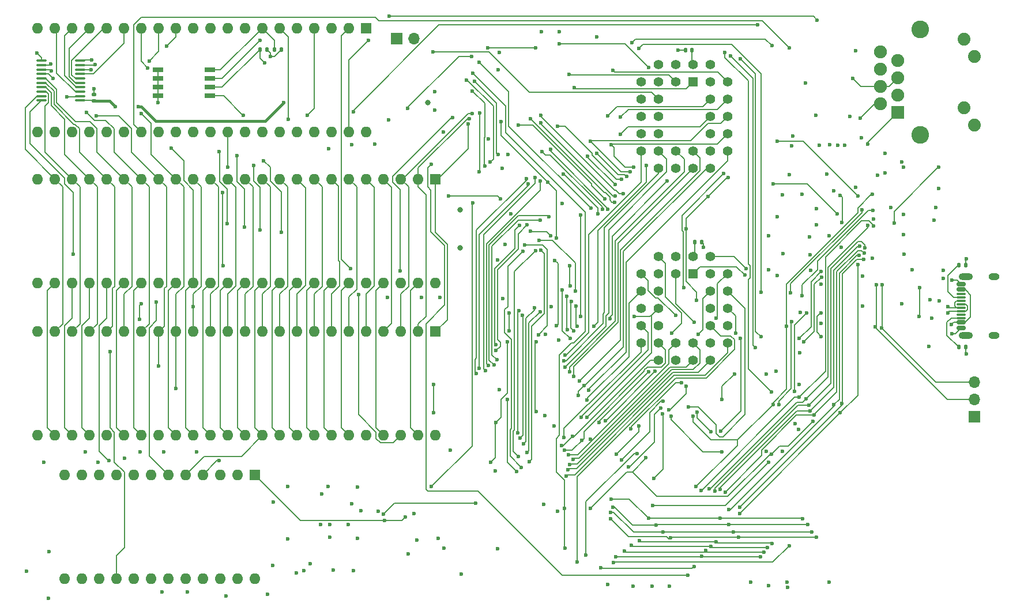
<source format=gbl>
G04 #@! TF.GenerationSoftware,KiCad,Pcbnew,8.0.4*
G04 #@! TF.CreationDate,2024-07-27T19:15:15-07:00*
G04 #@! TF.ProjectId,ns32k,6e733332-6b2e-46b6-9963-61645f706362,2*
G04 #@! TF.SameCoordinates,Original*
G04 #@! TF.FileFunction,Copper,L4,Bot*
G04 #@! TF.FilePolarity,Positive*
%FSLAX46Y46*%
G04 Gerber Fmt 4.6, Leading zero omitted, Abs format (unit mm)*
G04 Created by KiCad (PCBNEW 8.0.4) date 2024-07-27 19:15:15*
%MOMM*%
%LPD*%
G01*
G04 APERTURE LIST*
G04 Aperture macros list*
%AMRoundRect*
0 Rectangle with rounded corners*
0 $1 Rounding radius*
0 $2 $3 $4 $5 $6 $7 $8 $9 X,Y pos of 4 corners*
0 Add a 4 corners polygon primitive as box body*
4,1,4,$2,$3,$4,$5,$6,$7,$8,$9,$2,$3,0*
0 Add four circle primitives for the rounded corners*
1,1,$1+$1,$2,$3*
1,1,$1+$1,$4,$5*
1,1,$1+$1,$6,$7*
1,1,$1+$1,$8,$9*
0 Add four rect primitives between the rounded corners*
20,1,$1+$1,$2,$3,$4,$5,0*
20,1,$1+$1,$4,$5,$6,$7,0*
20,1,$1+$1,$6,$7,$8,$9,0*
20,1,$1+$1,$8,$9,$2,$3,0*%
G04 Aperture macros list end*
G04 #@! TA.AperFunction,ComponentPad*
%ADD10C,1.890000*%
G04 #@! TD*
G04 #@! TA.AperFunction,ComponentPad*
%ADD11R,1.900000X1.900000*%
G04 #@! TD*
G04 #@! TA.AperFunction,ComponentPad*
%ADD12C,1.900000*%
G04 #@! TD*
G04 #@! TA.AperFunction,ComponentPad*
%ADD13C,2.600000*%
G04 #@! TD*
G04 #@! TA.AperFunction,ComponentPad*
%ADD14R,1.600000X1.600000*%
G04 #@! TD*
G04 #@! TA.AperFunction,ComponentPad*
%ADD15O,1.600000X1.600000*%
G04 #@! TD*
G04 #@! TA.AperFunction,ComponentPad*
%ADD16R,1.422400X1.422400*%
G04 #@! TD*
G04 #@! TA.AperFunction,ComponentPad*
%ADD17C,1.422400*%
G04 #@! TD*
G04 #@! TA.AperFunction,ComponentPad*
%ADD18R,1.700000X1.700000*%
G04 #@! TD*
G04 #@! TA.AperFunction,ComponentPad*
%ADD19O,1.700000X1.700000*%
G04 #@! TD*
G04 #@! TA.AperFunction,SMDPad,CuDef*
%ADD20RoundRect,0.100000X-0.637500X-0.100000X0.637500X-0.100000X0.637500X0.100000X-0.637500X0.100000X0*%
G04 #@! TD*
G04 #@! TA.AperFunction,SMDPad,CuDef*
%ADD21RoundRect,0.135000X-0.135000X-0.185000X0.135000X-0.185000X0.135000X0.185000X-0.135000X0.185000X0*%
G04 #@! TD*
G04 #@! TA.AperFunction,SMDPad,CuDef*
%ADD22RoundRect,0.135000X0.135000X0.185000X-0.135000X0.185000X-0.135000X-0.185000X0.135000X-0.185000X0*%
G04 #@! TD*
G04 #@! TA.AperFunction,SMDPad,CuDef*
%ADD23RoundRect,0.150000X-0.500000X0.150000X-0.500000X-0.150000X0.500000X-0.150000X0.500000X0.150000X0*%
G04 #@! TD*
G04 #@! TA.AperFunction,SMDPad,CuDef*
%ADD24RoundRect,0.075000X-0.575000X0.075000X-0.575000X-0.075000X0.575000X-0.075000X0.575000X0.075000X0*%
G04 #@! TD*
G04 #@! TA.AperFunction,ComponentPad*
%ADD25O,1.600000X1.000000*%
G04 #@! TD*
G04 #@! TA.AperFunction,ComponentPad*
%ADD26O,2.100000X1.000000*%
G04 #@! TD*
G04 #@! TA.AperFunction,SMDPad,CuDef*
%ADD27R,1.600000X0.760000*%
G04 #@! TD*
G04 #@! TA.AperFunction,SMDPad,CuDef*
%ADD28RoundRect,0.140000X0.170000X-0.140000X0.170000X0.140000X-0.170000X0.140000X-0.170000X-0.140000X0*%
G04 #@! TD*
G04 #@! TA.AperFunction,SMDPad,CuDef*
%ADD29RoundRect,0.140000X-0.140000X-0.170000X0.140000X-0.170000X0.140000X0.170000X-0.140000X0.170000X0*%
G04 #@! TD*
G04 #@! TA.AperFunction,SMDPad,CuDef*
%ADD30RoundRect,0.140000X0.140000X0.170000X-0.140000X0.170000X-0.140000X-0.170000X0.140000X-0.170000X0*%
G04 #@! TD*
G04 #@! TA.AperFunction,ViaPad*
%ADD31C,0.800000*%
G04 #@! TD*
G04 #@! TA.AperFunction,ViaPad*
%ADD32C,0.600000*%
G04 #@! TD*
G04 #@! TA.AperFunction,Conductor*
%ADD33C,0.203200*%
G04 #@! TD*
G04 #@! TA.AperFunction,Conductor*
%ADD34C,0.200000*%
G04 #@! TD*
G04 #@! TA.AperFunction,Conductor*
%ADD35C,0.406400*%
G04 #@! TD*
G04 APERTURE END LIST*
D10*
X197888600Y-54736600D03*
X199408600Y-57276600D03*
X197888600Y-64846600D03*
X199408600Y-67386600D03*
D11*
X188168600Y-65506600D03*
D12*
X185628600Y-64236600D03*
X188168600Y-62966600D03*
X185628600Y-61696600D03*
X188168600Y-60426600D03*
X185628600Y-59156600D03*
X188168600Y-57886600D03*
X185628600Y-56616600D03*
D13*
X191458600Y-68836600D03*
X191458600Y-53286600D03*
D14*
X110109000Y-53102600D03*
D15*
X107569000Y-53102600D03*
X105029000Y-53102600D03*
X102489000Y-53102600D03*
X99949000Y-53102600D03*
X97409000Y-53102600D03*
X94869000Y-53102600D03*
X92329000Y-53102600D03*
X89789000Y-53102600D03*
X87249000Y-53102600D03*
X84709000Y-53102600D03*
X82169000Y-53102600D03*
X79629000Y-53102600D03*
X77089000Y-53102600D03*
X74549000Y-53102600D03*
X72009000Y-53102600D03*
X69469000Y-53102600D03*
X66929000Y-53102600D03*
X64389000Y-53102600D03*
X61849000Y-53102600D03*
X61849000Y-68342600D03*
X64389000Y-68342600D03*
X66929000Y-68342600D03*
X69469000Y-68342600D03*
X72009000Y-68342600D03*
X74549000Y-68342600D03*
X77089000Y-68342600D03*
X79629000Y-68342600D03*
X82169000Y-68342600D03*
X84709000Y-68342600D03*
X87249000Y-68342600D03*
X89789000Y-68342600D03*
X92329000Y-68342600D03*
X94869000Y-68342600D03*
X97409000Y-68342600D03*
X99949000Y-68342600D03*
X102489000Y-68342600D03*
X105029000Y-68342600D03*
X107569000Y-68342600D03*
X110109000Y-68342600D03*
D14*
X120309000Y-75327600D03*
D15*
X117769000Y-75327600D03*
X115229000Y-75327600D03*
X112689000Y-75327600D03*
X110149000Y-75327600D03*
X107609000Y-75327600D03*
X105069000Y-75327600D03*
X102529000Y-75327600D03*
X99989000Y-75327600D03*
X97449000Y-75327600D03*
X94909000Y-75327600D03*
X92369000Y-75327600D03*
X89829000Y-75327600D03*
X87289000Y-75327600D03*
X84749000Y-75327600D03*
X82209000Y-75327600D03*
X79669000Y-75327600D03*
X77129000Y-75327600D03*
X74589000Y-75327600D03*
X72049000Y-75327600D03*
X69509000Y-75327600D03*
X66969000Y-75327600D03*
X64429000Y-75327600D03*
X61889000Y-75327600D03*
X61889000Y-90567600D03*
X64429000Y-90567600D03*
X66969000Y-90567600D03*
X69509000Y-90567600D03*
X72049000Y-90567600D03*
X74589000Y-90567600D03*
X77129000Y-90567600D03*
X79669000Y-90567600D03*
X82209000Y-90567600D03*
X84749000Y-90567600D03*
X87289000Y-90567600D03*
X89829000Y-90567600D03*
X92369000Y-90567600D03*
X94909000Y-90567600D03*
X97449000Y-90567600D03*
X99989000Y-90567600D03*
X102529000Y-90567600D03*
X105069000Y-90567600D03*
X107609000Y-90567600D03*
X110149000Y-90567600D03*
X112689000Y-90567600D03*
X115229000Y-90567600D03*
X117769000Y-90567600D03*
X120309000Y-90567600D03*
D14*
X120309000Y-97679600D03*
D15*
X117769000Y-97679600D03*
X115229000Y-97679600D03*
X112689000Y-97679600D03*
X110149000Y-97679600D03*
X107609000Y-97679600D03*
X105069000Y-97679600D03*
X102529000Y-97679600D03*
X99989000Y-97679600D03*
X97449000Y-97679600D03*
X94909000Y-97679600D03*
X92369000Y-97679600D03*
X89829000Y-97679600D03*
X87289000Y-97679600D03*
X84749000Y-97679600D03*
X82209000Y-97679600D03*
X79669000Y-97679600D03*
X77129000Y-97679600D03*
X74589000Y-97679600D03*
X72049000Y-97679600D03*
X69509000Y-97679600D03*
X66969000Y-97679600D03*
X64429000Y-97679600D03*
X61889000Y-97679600D03*
X61889000Y-112919600D03*
X64429000Y-112919600D03*
X66969000Y-112919600D03*
X69509000Y-112919600D03*
X72049000Y-112919600D03*
X74589000Y-112919600D03*
X77129000Y-112919600D03*
X79669000Y-112919600D03*
X82209000Y-112919600D03*
X84749000Y-112919600D03*
X87289000Y-112919600D03*
X89829000Y-112919600D03*
X92369000Y-112919600D03*
X94909000Y-112919600D03*
X97449000Y-112919600D03*
X99989000Y-112919600D03*
X102529000Y-112919600D03*
X105069000Y-112919600D03*
X107609000Y-112919600D03*
X110149000Y-112919600D03*
X112689000Y-112919600D03*
X115229000Y-112919600D03*
X117769000Y-112919600D03*
X120309000Y-112919600D03*
D16*
X158115000Y-89170600D03*
D17*
X155575000Y-86630600D03*
X155575000Y-89170600D03*
X153035000Y-86630600D03*
X150495000Y-89170600D03*
X153035000Y-89170600D03*
X150495000Y-91710600D03*
X153035000Y-91710600D03*
X150495000Y-94250600D03*
X153035000Y-94250600D03*
X150495000Y-96790600D03*
X153035000Y-96790600D03*
X150495000Y-99330600D03*
X153035000Y-101870600D03*
X153035000Y-99330600D03*
X155575000Y-101870600D03*
X155575000Y-99330600D03*
X158115000Y-101870600D03*
X158115000Y-99330600D03*
X160655000Y-101870600D03*
X163195000Y-99330600D03*
X160655000Y-99330600D03*
X163195000Y-96790600D03*
X160655000Y-96790600D03*
X163195000Y-94250600D03*
X160655000Y-94250600D03*
X163195000Y-91710600D03*
X160655000Y-91710600D03*
X163195000Y-89170600D03*
X160655000Y-86630600D03*
X160655000Y-89170600D03*
X158115000Y-86630600D03*
D14*
X93751400Y-118736200D03*
D15*
X91211400Y-118736200D03*
X88671400Y-118736200D03*
X86131400Y-118736200D03*
X83591400Y-118736200D03*
X81051400Y-118736200D03*
X78511400Y-118736200D03*
X75971400Y-118736200D03*
X73431400Y-118736200D03*
X70891400Y-118736200D03*
X68351400Y-118736200D03*
X65811400Y-118736200D03*
X65811400Y-133976200D03*
X68351400Y-133976200D03*
X70891400Y-133976200D03*
X73431400Y-133976200D03*
X75971400Y-133976200D03*
X78511400Y-133976200D03*
X81051400Y-133976200D03*
X83591400Y-133976200D03*
X86131400Y-133976200D03*
X88671400Y-133976200D03*
X91211400Y-133976200D03*
X93751400Y-133976200D03*
D16*
X158115000Y-60976600D03*
D17*
X155575000Y-58436600D03*
X155575000Y-60976600D03*
X153035000Y-58436600D03*
X150495000Y-60976600D03*
X153035000Y-60976600D03*
X150495000Y-63516600D03*
X153035000Y-63516600D03*
X150495000Y-66056600D03*
X153035000Y-66056600D03*
X150495000Y-68596600D03*
X153035000Y-68596600D03*
X150495000Y-71136600D03*
X153035000Y-73676600D03*
X153035000Y-71136600D03*
X155575000Y-73676600D03*
X155575000Y-71136600D03*
X158115000Y-73676600D03*
X158115000Y-71136600D03*
X160655000Y-73676600D03*
X163195000Y-71136600D03*
X160655000Y-71136600D03*
X163195000Y-68596600D03*
X160655000Y-68596600D03*
X163195000Y-66056600D03*
X160655000Y-66056600D03*
X163195000Y-63516600D03*
X160655000Y-63516600D03*
X163195000Y-60976600D03*
X160655000Y-58436600D03*
X160655000Y-60976600D03*
X158115000Y-58436600D03*
D18*
X199466200Y-110185200D03*
D19*
X199466200Y-107645200D03*
X199466200Y-105105200D03*
D18*
X114599800Y-54677400D03*
D19*
X117139800Y-54677400D03*
D20*
X62415500Y-63758000D03*
X62415500Y-63108000D03*
X62415500Y-62458000D03*
X62415500Y-61808000D03*
X62415500Y-61158000D03*
X62415500Y-60508000D03*
X62415500Y-59858000D03*
X62415500Y-59208000D03*
X62415500Y-58558000D03*
X62415500Y-57908000D03*
X68140500Y-57908000D03*
X68140500Y-58558000D03*
X68140500Y-59208000D03*
X68140500Y-59858000D03*
X68140500Y-60508000D03*
X68140500Y-61158000D03*
X68140500Y-61808000D03*
X68140500Y-62458000D03*
X68140500Y-63108000D03*
X68140500Y-63758000D03*
D21*
X197129400Y-87907400D03*
X198149400Y-87907400D03*
X197154800Y-99972400D03*
X198174800Y-99972400D03*
D22*
X97665000Y-56235600D03*
X96645000Y-56235600D03*
D23*
X197499200Y-90729200D03*
X197499200Y-91529200D03*
D24*
X197499200Y-92679200D03*
X197499200Y-93679200D03*
X197499200Y-94179200D03*
X197499200Y-95179200D03*
D23*
X197499200Y-96329200D03*
X197499200Y-97129200D03*
X197499200Y-97129200D03*
X197499200Y-96329200D03*
D24*
X197499200Y-95679200D03*
X197499200Y-94679200D03*
X197499200Y-93179200D03*
X197499200Y-92179200D03*
D23*
X197499200Y-91529200D03*
X197499200Y-90729200D03*
D25*
X202319200Y-89609200D03*
D26*
X198139200Y-89609200D03*
D25*
X202319200Y-98249200D03*
D26*
X198139200Y-98249200D03*
D27*
X87122000Y-59249400D03*
X87122000Y-60519400D03*
X87122000Y-61789400D03*
X87122000Y-63059400D03*
X79502000Y-63059400D03*
X79502000Y-61789400D03*
X79502000Y-60519400D03*
X79502000Y-59249400D03*
D22*
X95506000Y-56252200D03*
X94486000Y-56252200D03*
D28*
X70180200Y-63802200D03*
X70180200Y-62842200D03*
D29*
X158397000Y-84531200D03*
X159357000Y-84531200D03*
D30*
X157985400Y-56370400D03*
X157025400Y-56370400D03*
D31*
X123901200Y-85420200D03*
X123875800Y-79781400D03*
D32*
X193461600Y-81299000D03*
X189026800Y-83464400D03*
X172237400Y-74625200D03*
X74625200Y-116297800D03*
X130192400Y-92879000D03*
X181127400Y-66090800D03*
X98552000Y-128185000D03*
X129692400Y-106188600D03*
X198247000Y-100990400D03*
X131318000Y-80382200D03*
X169231400Y-88646000D03*
X176225200Y-82042000D03*
X187172600Y-79451200D03*
X178155600Y-70256400D03*
X172593000Y-70408800D03*
X194147400Y-76650800D03*
X159639000Y-85267800D03*
X170484800Y-80822800D03*
X179857400Y-85318600D03*
X129082800Y-118126600D03*
X171901400Y-134484200D03*
X60224000Y-132909400D03*
X188725994Y-93569606D03*
X186334400Y-74422000D03*
X138226800Y-124070200D03*
X171323000Y-86258400D03*
X121513600Y-129489200D03*
X193143600Y-95730600D03*
X178075418Y-83627662D03*
X122478800Y-115129400D03*
X70154800Y-62001400D03*
X188772800Y-72745600D03*
X61747400Y-56794400D03*
X111404400Y-70120600D03*
X188976000Y-80441800D03*
X98552000Y-120412600D03*
X145592800Y-134839800D03*
X104800400Y-127880200D03*
X177723800Y-74549000D03*
X175387000Y-88671400D03*
X62788800Y-116856600D03*
X108204000Y-132833200D03*
X118211600Y-92684600D03*
X101879400Y-131791800D03*
X109321600Y-123968600D03*
X168859430Y-115281345D03*
X170459400Y-89458800D03*
X108878998Y-120486390D03*
X176199800Y-79628992D03*
X154618079Y-135069263D03*
X95631000Y-136296400D03*
X128084600Y-69371739D03*
X129646803Y-56714603D03*
X194868800Y-89916000D03*
X143941800Y-54406800D03*
X189052200Y-73533000D03*
X121470093Y-68349893D03*
X176885600Y-90728800D03*
X137312400Y-93996600D03*
X124104400Y-133350000D03*
X170332400Y-103496200D03*
X68834000Y-115383400D03*
X129489200Y-59249400D03*
X117119400Y-124409200D03*
X186309000Y-71526400D03*
X174117000Y-77495400D03*
X149326600Y-135093800D03*
X120142000Y-62449800D03*
X104495600Y-120463400D03*
X184429400Y-86893400D03*
X113385600Y-66624200D03*
X63576800Y-130013800D03*
X138870375Y-78909000D03*
X196157051Y-90133451D03*
X89553407Y-136555696D03*
X178750389Y-76970800D03*
X166573200Y-134535000D03*
X116255800Y-130352800D03*
X171196000Y-115281800D03*
X181991000Y-76479400D03*
X175260000Y-86410800D03*
X173685200Y-105477400D03*
X190273400Y-88618600D03*
X120954800Y-92684600D03*
X192762600Y-99845400D03*
X172745400Y-68961000D03*
X138430000Y-53636000D03*
X108864400Y-128083400D03*
X175183800Y-83743800D03*
X169240200Y-83616800D03*
X70713600Y-116907400D03*
X130962400Y-71695400D03*
X129438400Y-129607400D03*
X180416200Y-70307200D03*
X173867438Y-94910400D03*
X198248999Y-86967599D03*
X185216800Y-74752200D03*
X193741000Y-79470200D03*
X155879800Y-56311800D03*
X176631600Y-70358000D03*
X111912400Y-124079000D03*
X99822000Y-133140000D03*
X108000800Y-70222200D03*
X137668000Y-111573400D03*
X173075600Y-111217800D03*
X182829200Y-69189600D03*
X138379200Y-98975000D03*
X130505200Y-84903400D03*
X196092551Y-97988649D03*
X79502000Y-64084200D03*
X194286606Y-93190594D03*
X169164000Y-135017600D03*
X178053000Y-134534000D03*
X181991000Y-56438800D03*
X176149000Y-65938400D03*
X136448800Y-98120200D03*
X117576600Y-128295400D03*
X179349400Y-70281800D03*
X181559200Y-60502800D03*
X152095200Y-135119200D03*
X97993200Y-64058800D03*
X130115400Y-73676600D03*
X183032400Y-89535000D03*
X120650000Y-128066800D03*
X136194800Y-123054200D03*
X76657203Y-64617603D03*
X174650400Y-61188600D03*
X73279000Y-64617600D03*
X129387600Y-87138600D03*
X189105000Y-86332600D03*
X173761400Y-100812600D03*
X107522949Y-126051400D03*
X104749600Y-126051400D03*
X183034394Y-93978006D03*
X184605831Y-81162826D03*
X105308400Y-132757000D03*
X103581200Y-121581000D03*
X171246800Y-77571600D03*
X192915000Y-93038208D03*
D31*
X119151406Y-64033400D03*
D32*
X103428800Y-126051400D03*
X171958000Y-135291733D03*
X168859200Y-103953400D03*
X194845400Y-88720200D03*
X108000800Y-122952600D03*
X120142000Y-65142200D03*
X136364961Y-110032957D03*
X135834891Y-53636000D03*
X173565802Y-112030600D03*
X176939020Y-96469200D03*
X162610800Y-74489400D03*
X138430000Y-55414600D03*
X151616151Y-58922751D03*
X156718000Y-91236800D03*
X134975600Y-56049000D03*
X125577600Y-57268200D03*
X125780798Y-78790800D03*
X116196202Y-64862800D03*
X119682055Y-120474945D03*
X127965200Y-55998200D03*
X150114000Y-56099800D03*
X168115000Y-91913800D03*
X169621200Y-106544200D03*
X162763200Y-56701400D03*
X85242400Y-115332600D03*
X76911200Y-115332600D03*
X80365600Y-115332600D03*
X96037404Y-57268200D03*
X96367600Y-132073200D03*
X83870800Y-135906600D03*
X80162400Y-135906600D03*
X96469200Y-122698600D03*
X63424400Y-136871800D03*
X113208212Y-92684600D03*
X104571800Y-70831800D03*
X100990400Y-132807800D03*
X185013600Y-90805000D03*
X184835803Y-96977197D03*
X185820095Y-97148695D03*
X185863548Y-90814620D03*
X77114400Y-93641000D03*
X89814400Y-73524200D03*
X89001600Y-77232600D03*
X76860400Y-95927000D03*
X89077800Y-88011000D03*
X72491600Y-100600600D03*
X88519000Y-116670000D03*
X72339200Y-116653400D03*
X138074400Y-96841400D03*
X137820400Y-87240200D03*
X138019753Y-83931930D03*
X79298800Y-93336200D03*
X136753600Y-75708600D03*
X129958400Y-66852800D03*
X130868800Y-99201196D03*
X129133600Y-111065400D03*
X67056000Y-86360000D03*
X128424772Y-116857903D03*
X133709400Y-115478564D03*
X135636000Y-94758600D03*
X126687200Y-103089800D03*
X133908800Y-76013400D03*
X115062000Y-88773000D03*
X122783600Y-66259800D03*
X132689600Y-113351400D03*
X133054000Y-95265832D03*
X133604000Y-75200600D03*
X126288800Y-103851800D03*
X133400800Y-85005000D03*
X82194400Y-106086735D03*
X130860800Y-107645200D03*
X63754000Y-58394600D03*
X77114400Y-65659000D03*
X135382000Y-98145600D03*
X132232400Y-118279000D03*
X129307718Y-101858568D03*
X135636000Y-81296600D03*
X134924800Y-75048200D03*
X127609600Y-103394600D03*
X129176399Y-100465381D03*
X133764033Y-82019178D03*
X134996654Y-85777739D03*
X132476608Y-116053594D03*
X64106049Y-60531751D03*
X69047214Y-65472917D03*
X125069600Y-67225000D03*
X134810616Y-94188615D03*
X133248400Y-114164200D03*
X132528400Y-94644105D03*
X132334000Y-112538602D03*
X120040400Y-109643000D03*
X120040400Y-105486204D03*
X125691383Y-65686654D03*
X136906000Y-80788600D03*
X128879600Y-102581800D03*
X132892800Y-117618600D03*
X133146800Y-85868600D03*
X79669000Y-102785000D03*
X63855600Y-59359800D03*
X70441612Y-66003715D03*
X125249948Y-66413042D03*
X128016000Y-102632600D03*
X135636000Y-75556200D03*
X134061200Y-116805800D03*
X135795893Y-85708707D03*
X107797600Y-88408600D03*
X108966000Y-92269400D03*
X84734400Y-94047400D03*
X129176400Y-99614590D03*
X132613400Y-82058600D03*
X139464996Y-118920404D03*
X182326724Y-87809378D03*
X164978866Y-124392800D03*
X164795200Y-127869847D03*
X145999200Y-125187800D03*
X176191000Y-127889000D03*
X179742891Y-109637434D03*
X154781600Y-127951132D03*
X145999200Y-124222600D03*
X183159400Y-87122000D03*
X139750800Y-117974200D03*
X164042000Y-127169000D03*
X175539400Y-127127000D03*
X164998400Y-123460600D03*
X153669266Y-127159200D03*
X179926169Y-108243933D03*
X148033200Y-129895600D03*
X174681922Y-107611000D03*
X159977998Y-129878998D03*
X183790506Y-82119796D03*
X140411200Y-113046600D03*
X160506151Y-120797151D03*
X168554400Y-130115400D03*
X138785600Y-114418200D03*
X152681099Y-126082547D03*
X146304000Y-123460600D03*
X174955198Y-126060200D03*
X182458809Y-86494904D03*
X163372798Y-123816200D03*
X140004800Y-117212200D03*
X163372800Y-126038180D03*
X178790600Y-108458000D03*
X169672000Y-128794600D03*
X150266400Y-128388200D03*
X143052800Y-113503800D03*
X175327945Y-109352178D03*
X162112056Y-120828256D03*
X161477376Y-128607224D03*
X139801600Y-115789800D03*
X182569385Y-85139728D03*
X174193200Y-125196600D03*
X151553400Y-125137000D03*
X146099482Y-122292200D03*
X140536882Y-116474282D03*
X162052000Y-125137000D03*
X175901398Y-109979598D03*
X162829409Y-121284226D03*
X183226114Y-86185093D03*
X141782800Y-113707000D03*
X175158400Y-108491192D03*
X169062400Y-129455000D03*
X183340864Y-85360636D03*
X149075200Y-129081531D03*
X139242800Y-115129400D03*
X161289895Y-121080207D03*
X160761451Y-129254332D03*
X173685200Y-107357000D03*
X159359597Y-130725001D03*
X139150000Y-113249800D03*
X184618993Y-82147458D03*
X168046400Y-130775800D03*
X146761200Y-130775800D03*
X159308806Y-121022200D03*
X139141200Y-101972200D03*
X142087600Y-105629800D03*
X141274800Y-107052200D03*
X150164800Y-111522600D03*
X146812000Y-115739000D03*
X139954000Y-103597800D03*
X141453918Y-104966000D03*
X148650062Y-117558538D03*
X153365200Y-108931800D03*
X140573937Y-104272808D03*
X147574000Y-116535198D03*
X153670000Y-107915800D03*
X152318488Y-119285166D03*
X142830120Y-106287430D03*
X153587854Y-109744933D03*
X139344400Y-102886600D03*
X139344400Y-101108600D03*
X149910800Y-115586600D03*
X142392400Y-130521800D03*
X143052800Y-123663800D03*
X139192004Y-123663800D03*
X169615031Y-115670667D03*
X182905400Y-79806800D03*
X172458000Y-92032200D03*
X139293600Y-129505800D03*
X173024800Y-106502200D03*
X125755323Y-59696001D03*
X174828200Y-94970600D03*
X151180800Y-116196200D03*
X175691800Y-110896400D03*
X157124400Y-82566600D03*
X184496800Y-79859626D03*
X141071600Y-131521200D03*
X146456400Y-131639400D03*
X158641903Y-93095894D03*
X163271200Y-75099000D03*
X160324800Y-77893000D03*
X174155100Y-92443300D03*
X143102969Y-79577133D03*
X172212000Y-129150200D03*
X126739644Y-58138142D03*
X152196800Y-123206600D03*
X170695398Y-108448729D03*
X92252800Y-82348200D03*
X91127904Y-71840504D03*
X141579600Y-80534600D03*
X141639200Y-95469800D03*
X169214800Y-116856600D03*
X141710151Y-110274449D03*
X172567600Y-96231800D03*
X148996400Y-111979800D03*
X156413200Y-105172600D03*
X142559721Y-110301543D03*
X145948400Y-95777800D03*
X89712800Y-81855400D03*
X154330400Y-75607000D03*
X149479000Y-95478600D03*
X88544400Y-71238200D03*
X93624400Y-73321000D03*
X94488000Y-82751406D03*
X131101362Y-94967046D03*
X162382200Y-115332600D03*
X131140200Y-97614597D03*
X154893034Y-110128654D03*
X129794000Y-78155800D03*
X151609049Y-103568849D03*
X134213600Y-82973000D03*
X137213321Y-83600200D03*
X140055600Y-90999400D03*
X122199400Y-77749400D03*
X139954000Y-88053000D03*
X144322802Y-111065402D03*
X171856400Y-96892200D03*
X144572398Y-132405802D03*
X158080800Y-110151000D03*
X169849800Y-108398400D03*
X143586200Y-96866800D03*
X95046800Y-72609800D03*
X184404000Y-77546200D03*
X97637600Y-83117400D03*
X158546800Y-120463400D03*
X151231600Y-73321000D03*
X158242000Y-132198200D03*
X145230796Y-110804996D03*
X119938800Y-56642000D03*
X135483600Y-84251800D03*
X152552400Y-103496200D03*
X140819321Y-91775148D03*
X142544857Y-107703800D03*
X147828000Y-77435800D03*
X165862000Y-88408600D03*
X135738918Y-65905518D03*
X145179405Y-78204795D03*
X158292800Y-96282600D03*
X139903200Y-59909800D03*
X132461000Y-67352000D03*
X158732400Y-109521008D03*
X137160000Y-70882600D03*
X160744749Y-112399749D03*
X145592800Y-79721800D03*
X154940000Y-97959000D03*
X144780000Y-79721800D03*
X145592800Y-66005800D03*
X158902400Y-98060036D03*
X135890000Y-71238200D03*
X146558000Y-78705800D03*
X119634000Y-73110000D03*
X134264400Y-66463000D03*
X157327602Y-133451600D03*
X164185600Y-103902600D03*
X164338000Y-97959000D03*
X162348002Y-107661800D03*
X143044984Y-69742420D03*
X148844000Y-74235400D03*
X146659600Y-76115000D03*
X147425151Y-66212551D03*
X157428400Y-108779400D03*
X142617448Y-71920449D03*
X161535100Y-95714904D03*
X138243551Y-67546551D03*
X146329400Y-59283600D03*
X147574000Y-75302200D03*
X146075400Y-70247600D03*
X165023796Y-98704400D03*
X162204400Y-112335400D03*
X149419775Y-73545320D03*
X143963649Y-71495751D03*
X148334266Y-74871267D03*
X147421600Y-68698200D03*
X165709600Y-89373800D03*
X140675001Y-61852200D03*
X135763000Y-67047200D03*
X146692882Y-77758118D03*
X155541858Y-95325142D03*
X139036049Y-74594551D03*
X144119600Y-80382200D03*
X157099000Y-105714802D03*
X154592400Y-109203500D03*
X139573000Y-92481400D03*
X128351800Y-72786357D03*
X124869451Y-60725651D03*
X139617395Y-97432005D03*
X125653800Y-62322800D03*
X140614400Y-97552600D03*
X140208000Y-93294200D03*
X127508000Y-73371800D03*
X141071600Y-96892200D03*
X140893800Y-93980000D03*
X126796800Y-65599400D03*
X126695195Y-74184595D03*
X126041099Y-60954210D03*
X129463798Y-71695102D03*
X140055598Y-98721000D03*
X138923449Y-91556456D03*
X168097200Y-98467000D03*
X165049200Y-57623799D03*
X110451900Y-54876700D03*
X163576000Y-57166600D03*
X167233600Y-100041800D03*
X195505800Y-94917800D03*
X191400395Y-91230783D03*
X191340200Y-95476600D03*
X195505800Y-94028800D03*
X176954000Y-89712800D03*
X174367981Y-99215993D03*
X173676400Y-98721807D03*
X176933690Y-88882318D03*
X176911375Y-94933800D03*
X176936400Y-98399600D03*
X196055000Y-96619600D03*
X179942749Y-81695549D03*
X179705000Y-77673204D03*
X182321200Y-77774800D03*
X169672000Y-55676800D03*
X170510200Y-69748400D03*
X149174200Y-55245000D03*
X81483200Y-70781000D03*
X172212000Y-55981600D03*
X183743600Y-70154800D03*
X182676800Y-66344800D03*
X194208400Y-73558400D03*
X187629800Y-81788000D03*
X167587879Y-52662000D03*
X108254800Y-65424200D03*
X169900600Y-76022200D03*
X179298600Y-80416400D03*
X113512600Y-51384200D03*
X176326800Y-51917600D03*
X94513400Y-54914800D03*
X98704400Y-66539200D03*
X95199200Y-58242200D03*
X92075000Y-65887600D03*
X101498402Y-65887600D03*
X135077200Y-99178200D03*
X126212600Y-122885200D03*
X112623600Y-124485400D03*
X135077200Y-109474000D03*
X66192400Y-63195200D03*
X80797400Y-55753000D03*
X69824600Y-57759600D03*
X70338922Y-58436340D03*
X78257400Y-57928600D03*
X78030158Y-58934080D03*
X69748400Y-59209600D03*
X115824000Y-124891800D03*
X112801400Y-125399800D03*
D33*
X125679200Y-78892398D02*
X125780798Y-78790800D01*
X119682055Y-120474945D02*
X125679200Y-114477800D01*
X125679200Y-114477800D02*
X125679200Y-78892398D01*
X129794000Y-78155800D02*
X129413000Y-77774800D01*
X122224800Y-77774800D02*
X122199400Y-77749400D01*
X129413000Y-77774800D02*
X122224800Y-77774800D01*
X198149400Y-87067198D02*
X198248999Y-86967599D01*
D34*
X79502000Y-63059400D02*
X79502000Y-64084200D01*
D33*
X198174800Y-100918200D02*
X198247000Y-100990400D01*
X196639751Y-97988649D02*
X196092551Y-97988649D01*
X70180200Y-62026800D02*
X70154800Y-62001400D01*
X197499200Y-90729200D02*
X196903451Y-90133451D01*
D34*
X79502000Y-59249400D02*
X79502000Y-60519400D01*
D33*
X62415500Y-57462500D02*
X61747400Y-56794400D01*
X157025400Y-56370400D02*
X155938400Y-56370400D01*
D34*
X79502000Y-61789400D02*
X79502000Y-63059400D01*
X159639000Y-85267800D02*
X159639000Y-84813200D01*
D33*
X198149400Y-87907400D02*
X198149400Y-87067198D01*
X196903451Y-90133451D02*
X196157051Y-90133451D01*
X62415500Y-57908000D02*
X62415500Y-57462500D01*
X70180200Y-62842200D02*
X70180200Y-62026800D01*
X198174800Y-99972400D02*
X198174800Y-100918200D01*
D34*
X159639000Y-84813200D02*
X159357000Y-84531200D01*
D33*
X197499200Y-97129200D02*
X196639751Y-97988649D01*
D34*
X79502000Y-60519400D02*
X79502000Y-61789400D01*
D33*
X155938400Y-56370400D02*
X155879800Y-56311800D01*
X188168600Y-60426600D02*
X186898600Y-61696600D01*
X70136000Y-63758000D02*
X70180200Y-63802200D01*
X157985400Y-58307000D02*
X158115000Y-58436600D01*
D35*
X95275400Y-66776600D02*
X79235300Y-66776600D01*
X72463600Y-63802200D02*
X73279000Y-64617600D01*
D33*
X185628600Y-61696600D02*
X182753000Y-61696600D01*
X157985400Y-56370400D02*
X157985400Y-58307000D01*
D35*
X70180200Y-63802200D02*
X72463600Y-63802200D01*
D33*
X186898600Y-61696600D02*
X185628600Y-61696600D01*
X158397000Y-86348600D02*
X158115000Y-86630600D01*
X158397000Y-84531200D02*
X158397000Y-86348600D01*
D35*
X97993200Y-64058800D02*
X95275400Y-66776600D01*
X77076303Y-64617603D02*
X76657203Y-64617603D01*
D33*
X68140500Y-63758000D02*
X70136000Y-63758000D01*
D35*
X79235300Y-66776600D02*
X77076303Y-64617603D01*
D33*
X182753000Y-61696600D02*
X181559200Y-60502800D01*
X156667200Y-91186000D02*
X156718000Y-91236800D01*
X156667200Y-83023800D02*
X156667200Y-91186000D01*
X148108000Y-55414600D02*
X151616151Y-58922751D01*
X162610800Y-74489400D02*
X156464000Y-80636200D01*
X138430000Y-55414600D02*
X148108000Y-55414600D01*
X156464000Y-82820600D02*
X156667200Y-83023800D01*
X156464000Y-80636200D02*
X156464000Y-82820600D01*
X134975600Y-56049000D02*
X128016000Y-56049000D01*
X125577600Y-57268200D02*
X123698000Y-57268200D01*
X123698000Y-57268200D02*
X116196202Y-64769998D01*
X128016000Y-56049000D02*
X127965200Y-55998200D01*
X116196202Y-64769998D02*
X116196202Y-64862800D01*
X168115000Y-91913800D02*
X168115000Y-59824681D01*
X150714800Y-55499000D02*
X150114000Y-56099800D01*
X168115000Y-59824681D02*
X163789319Y-55499000D01*
X163789319Y-55499000D02*
X150714800Y-55499000D01*
X166471600Y-88002200D02*
X166471600Y-89780200D01*
X166217600Y-87748200D02*
X166471600Y-88002200D01*
X166217600Y-60875000D02*
X166217600Y-87748200D01*
X166217600Y-90034200D02*
X166217600Y-103140600D01*
X166471600Y-89780200D02*
X166217600Y-90034200D01*
X166217600Y-103140600D02*
X169621200Y-106544200D01*
X162763200Y-57420600D02*
X166217600Y-60875000D01*
X162763200Y-56701400D02*
X162763200Y-57420600D01*
X96632400Y-57268200D02*
X96037404Y-57268200D01*
X97665000Y-56235600D02*
X96632400Y-57268200D01*
X96037404Y-56783604D02*
X96037404Y-57268200D01*
X95506000Y-56252200D02*
X96037404Y-56783604D01*
X66969000Y-95709200D02*
X66969000Y-90567600D01*
X66969000Y-112919600D02*
X65867400Y-111818000D01*
X65867400Y-96810800D02*
X66969000Y-95709200D01*
X65867400Y-111818000D02*
X65867400Y-96810800D01*
X64429000Y-112919600D02*
X63327400Y-111818000D01*
X63327400Y-111818000D02*
X63327400Y-91669200D01*
X63327400Y-91669200D02*
X64429000Y-90567600D01*
X185013600Y-90805000D02*
X185013600Y-96799400D01*
X199466200Y-107645200D02*
X195420498Y-107645200D01*
X185013600Y-96799400D02*
X184835803Y-96977197D01*
X184835803Y-97060505D02*
X184835803Y-96977197D01*
X195420498Y-107645200D02*
X184835803Y-97060505D01*
X185877200Y-90828272D02*
X185877200Y-97091590D01*
X193776600Y-105105200D02*
X185820095Y-97148695D01*
X185877200Y-97091590D02*
X185820095Y-97148695D01*
X199466200Y-105105200D02*
X193776600Y-105105200D01*
X185863548Y-90814620D02*
X185877200Y-90828272D01*
X73487400Y-111818000D02*
X73487400Y-91669200D01*
X73487400Y-91669200D02*
X74589000Y-90567600D01*
X74589000Y-112919600D02*
X73487400Y-111818000D01*
X87289000Y-112919600D02*
X86187400Y-111818000D01*
X86187400Y-91669200D02*
X87289000Y-90567600D01*
X86187400Y-111818000D02*
X86187400Y-91669200D01*
X81107400Y-111818000D02*
X81107400Y-91669200D01*
X82209000Y-112919600D02*
X81107400Y-111818000D01*
X81107400Y-91669200D02*
X82209000Y-90567600D01*
D34*
X73431400Y-133976200D02*
X73431400Y-130624000D01*
X89814400Y-73524200D02*
X89789000Y-73498800D01*
X76860400Y-95927000D02*
X76860400Y-93895000D01*
X72491600Y-111806565D02*
X72491600Y-100600600D01*
X89789000Y-73498800D02*
X89789000Y-68342600D01*
X73431400Y-130624000D02*
X74599800Y-129455600D01*
X76860400Y-93895000D02*
X77114400Y-93641000D01*
X89001600Y-77232600D02*
X89001600Y-87934800D01*
X73149000Y-116898165D02*
X73149000Y-112463965D01*
X74599800Y-118348965D02*
X73149000Y-116898165D01*
X89001600Y-87934800D02*
X89077800Y-88011000D01*
X73149000Y-112463965D02*
X72491600Y-111806565D01*
X74599800Y-129455600D02*
X74599800Y-118348965D01*
D33*
X88197600Y-116670000D02*
X88519000Y-116670000D01*
X86131400Y-118736200D02*
X88197600Y-116670000D01*
X68407400Y-96810800D02*
X69509000Y-95709200D01*
X69509000Y-95709200D02*
X69509000Y-90567600D01*
X69509000Y-112919600D02*
X68407400Y-111818000D01*
X68407400Y-111818000D02*
X68407400Y-96810800D01*
X72364600Y-116704200D02*
X70947400Y-115287000D01*
X70947400Y-96810800D02*
X72049000Y-95709200D01*
X72364600Y-116704200D02*
X72364600Y-116678800D01*
X72364600Y-116678800D02*
X72339200Y-116653400D01*
X72049000Y-95709200D02*
X72049000Y-90567600D01*
X70947400Y-115287000D02*
X70947400Y-96810800D01*
X129921000Y-66890200D02*
X129958400Y-66852800D01*
X138074400Y-96841400D02*
X138277600Y-96638200D01*
X129921000Y-68876000D02*
X129921000Y-66890200D01*
X138277600Y-96638200D02*
X138277600Y-87697400D01*
X81051400Y-118736200D02*
X78230600Y-115915400D01*
X78230600Y-115915400D02*
X78230600Y-97148210D01*
X138277600Y-87697400D02*
X137820400Y-87240200D01*
X136753600Y-75708600D02*
X138019753Y-76974753D01*
X78230600Y-97148210D02*
X79298800Y-96080010D01*
X79298800Y-96080010D02*
X79298800Y-93336200D01*
X138019753Y-76974753D02*
X138019753Y-83931930D01*
X136753600Y-75708600D02*
X129921000Y-68876000D01*
X129133600Y-111065400D02*
X129108200Y-111090800D01*
X93807400Y-111818000D02*
X93807400Y-91669200D01*
X129895600Y-110303400D02*
X129133600Y-111065400D01*
X67106800Y-77241400D02*
X67106800Y-86029800D01*
X60747400Y-65426100D02*
X60747400Y-70064000D01*
X130868800Y-106715698D02*
X129895600Y-107688898D01*
X65867400Y-75184000D02*
X65867400Y-76002000D01*
X93807400Y-91669200D02*
X94909000Y-90567600D01*
X83591400Y-118736200D02*
X86309200Y-116018400D01*
X130868800Y-99201196D02*
X130868800Y-106715698D01*
X91810200Y-116018400D02*
X94909000Y-112919600D01*
X60747400Y-70064000D02*
X65867400Y-75184000D01*
X65867400Y-76002000D02*
X67106800Y-77241400D01*
X67106800Y-86309200D02*
X67056000Y-86360000D01*
X94909000Y-112919600D02*
X93807400Y-111818000D01*
X129108200Y-111090800D02*
X129108200Y-116174475D01*
X67106800Y-86029800D02*
X67106800Y-86309200D01*
X129895600Y-107688898D02*
X129895600Y-110303400D01*
X129108200Y-116174475D02*
X128424772Y-116857903D01*
X62415500Y-63758000D02*
X60747400Y-65426100D01*
X86309200Y-116018400D02*
X91810200Y-116018400D01*
X106507400Y-91669200D02*
X107609000Y-90567600D01*
X107609000Y-112919600D02*
X106507400Y-111818000D01*
X106507400Y-111818000D02*
X106507400Y-91669200D01*
X68030600Y-67886302D02*
X67385298Y-67241000D01*
X63073718Y-61158000D02*
X62415500Y-61158000D01*
X67385298Y-67241000D02*
X67215600Y-67241000D01*
X64261000Y-62345282D02*
X63073718Y-61158000D01*
X68030600Y-71309200D02*
X68030600Y-67886302D01*
X64261000Y-64286400D02*
X64261000Y-62345282D01*
X67215600Y-67241000D02*
X64261000Y-64286400D01*
X73150600Y-76429200D02*
X72049000Y-75327600D01*
X72848999Y-91325499D02*
X73150600Y-91023898D01*
X73150600Y-91023898D02*
X73150600Y-76429200D01*
X72049000Y-97679600D02*
X72848999Y-96879601D01*
X133959600Y-96435000D02*
X135636000Y-94758600D01*
X133709400Y-115478564D02*
X133959600Y-115228364D01*
X72848999Y-96879601D02*
X72848999Y-91325499D01*
X133959600Y-115228364D02*
X133959600Y-96435000D01*
X72049000Y-75327600D02*
X68030600Y-71309200D01*
X88727400Y-91669200D02*
X89829000Y-90567600D01*
X89829000Y-112919600D02*
X88727400Y-111818000D01*
X88727400Y-111818000D02*
X88727400Y-91669200D01*
X133908800Y-76267400D02*
X133908800Y-76013400D01*
X101244400Y-76583000D02*
X99989000Y-75327600D01*
X101244400Y-90870098D02*
X101244400Y-76583000D01*
X126700136Y-103076864D02*
X126700136Y-83476064D01*
X126687200Y-103089800D02*
X126700136Y-103076864D01*
X126700136Y-83476064D02*
X133908800Y-76267400D01*
X99989000Y-97679600D02*
X99989000Y-92125498D01*
X99989000Y-92125498D02*
X101244400Y-90870098D01*
X99989000Y-112919600D02*
X98887400Y-111818000D01*
X98887400Y-111818000D02*
X98887400Y-91669200D01*
X98887400Y-91669200D02*
X99989000Y-90567600D01*
X116667400Y-91669200D02*
X117769000Y-90567600D01*
X113995200Y-74903284D02*
X113995200Y-75742800D01*
X117769000Y-112919600D02*
X116667400Y-111818000D01*
X122783600Y-66259800D02*
X122638684Y-66259800D01*
X122638684Y-66259800D02*
X113995200Y-74903284D01*
X115062000Y-76809600D02*
X115062000Y-88773000D01*
X116667400Y-111818000D02*
X116667400Y-91669200D01*
X113995200Y-75742800D02*
X115062000Y-76809600D01*
X133131600Y-112909400D02*
X133131600Y-95343432D01*
X63152999Y-62458000D02*
X62415500Y-62458000D01*
X68070600Y-76429200D02*
X66969000Y-75327600D01*
X133131600Y-95343432D02*
X133054000Y-95265832D01*
X132689600Y-113351400D02*
X133131600Y-112909400D01*
X62950600Y-64531118D02*
X63454600Y-64027118D01*
X66969000Y-97679600D02*
X68070600Y-96578000D01*
X66969000Y-75327600D02*
X62950600Y-71309200D01*
X63454600Y-62759601D02*
X63152999Y-62458000D01*
X63454600Y-64027118D02*
X63454600Y-62759601D01*
X62950600Y-71309200D02*
X62950600Y-64531118D01*
X68070600Y-96578000D02*
X68070600Y-76429200D01*
X113859812Y-96508788D02*
X113859812Y-76498412D01*
X112689000Y-97679600D02*
X113859812Y-96508788D01*
X113859812Y-76498412D02*
X112689000Y-75327600D01*
X101427400Y-91669200D02*
X102529000Y-90567600D01*
X101427400Y-111818000D02*
X101427400Y-91669200D01*
X102529000Y-112919600D02*
X101427400Y-111818000D01*
X126285600Y-82773000D02*
X133604000Y-75454600D01*
X102529000Y-97679600D02*
X102529000Y-92125498D01*
X133604000Y-75454600D02*
X133604000Y-75200600D01*
X126288800Y-103851800D02*
X126085600Y-103648600D01*
X103630600Y-76429200D02*
X102529000Y-75327600D01*
X126085600Y-103648600D02*
X126085600Y-101780411D01*
X126085600Y-101780411D02*
X126285600Y-101580411D01*
X102529000Y-92125498D02*
X103630600Y-91023898D01*
X103630600Y-91023898D02*
X103630600Y-76429200D01*
X126285600Y-101580411D02*
X126285600Y-82773000D01*
X111302800Y-90971698D02*
X111302800Y-76481400D01*
X111302800Y-76481400D02*
X110149000Y-75327600D01*
X110149000Y-92125498D02*
X111302800Y-90971698D01*
X110149000Y-97679600D02*
X110149000Y-92125498D01*
X130860800Y-111226600D02*
X130860800Y-107645200D01*
X82209000Y-75327600D02*
X78527400Y-71646000D01*
X78527400Y-67072000D02*
X77114400Y-65659000D01*
X83310600Y-91023898D02*
X83310600Y-76429200D01*
X83310600Y-76429200D02*
X82209000Y-75327600D01*
X78527400Y-71646000D02*
X78527400Y-67072000D01*
X82209000Y-106072135D02*
X82194400Y-106086735D01*
X82209000Y-92125498D02*
X83310600Y-91023898D01*
X82209000Y-97679600D02*
X82209000Y-92125498D01*
X130860800Y-116907400D02*
X130860800Y-111226600D01*
X136013689Y-85005000D02*
X133400800Y-85005000D01*
X132232400Y-118279000D02*
X130860800Y-116907400D01*
X136690800Y-96836800D02*
X136690800Y-85682111D01*
X135382000Y-98145600D02*
X136690800Y-96836800D01*
X82209000Y-97679600D02*
X82209000Y-106072135D01*
X63754000Y-58394600D02*
X63590600Y-58558000D01*
X63590600Y-58558000D02*
X62415500Y-58558000D01*
X136690800Y-85682111D02*
X136013689Y-85005000D01*
X135636000Y-81296600D02*
X132435600Y-81296600D01*
X89829000Y-92125498D02*
X90999400Y-90955098D01*
X128574800Y-101125650D02*
X129307718Y-101858568D01*
X132435600Y-81296600D02*
X128574800Y-85157400D01*
X89829000Y-97679600D02*
X89829000Y-92125498D01*
X90999400Y-90955098D02*
X90999400Y-76498000D01*
X90999400Y-76498000D02*
X89829000Y-75327600D01*
X128574800Y-85157400D02*
X128574800Y-101125650D01*
X98552000Y-91022498D02*
X98552000Y-76430600D01*
X127355600Y-103140600D02*
X127355600Y-83478364D01*
X127609600Y-103394600D02*
X127355600Y-103140600D01*
X134924800Y-75909164D02*
X134924800Y-75048200D01*
X97449000Y-92125498D02*
X98552000Y-91022498D01*
X127355600Y-83478364D02*
X134924800Y-75909164D01*
X98552000Y-76430600D02*
X97449000Y-75327600D01*
X97449000Y-97679600D02*
X97449000Y-92125498D01*
X107609000Y-92617148D02*
X108710600Y-91515548D01*
X107609000Y-97679600D02*
X107609000Y-92617148D01*
X108710600Y-91515548D02*
X108710600Y-76429200D01*
X108710600Y-76429200D02*
X107609000Y-75327600D01*
X129387600Y-98834011D02*
X129387600Y-88625846D01*
X88390600Y-76429200D02*
X87289000Y-75327600D01*
X129387600Y-88625846D02*
X132461559Y-85551887D01*
X87289000Y-97679600D02*
X87289000Y-92125498D01*
X88390600Y-91023898D02*
X88390600Y-76429200D01*
X132461559Y-83321652D02*
X133764033Y-82019178D01*
X129794000Y-99240411D02*
X129387600Y-98834011D01*
X129794000Y-99847780D02*
X129794000Y-99240411D01*
X132461559Y-85551887D02*
X132461559Y-83321652D01*
X87289000Y-92125498D02*
X88390600Y-91023898D01*
X129176399Y-100465381D02*
X129794000Y-99847780D01*
X132476608Y-116053594D02*
X131667200Y-115244186D01*
X77129000Y-75327600D02*
X73110600Y-71309200D01*
X131876800Y-88897593D02*
X134996654Y-85777739D01*
X78230600Y-76429200D02*
X77129000Y-75327600D01*
X63432298Y-59858000D02*
X64106049Y-60531751D01*
X73110600Y-67886302D02*
X71879613Y-66655315D01*
X73110600Y-71309200D02*
X73110600Y-67886302D01*
X131667200Y-115244186D02*
X131667200Y-112334696D01*
X78230600Y-96578000D02*
X78230600Y-76429200D01*
X71879613Y-66655315D02*
X70229612Y-66655315D01*
X131667200Y-112334696D02*
X131876800Y-112125096D01*
X131876800Y-112125096D02*
X131876800Y-88897593D01*
X77129000Y-97679600D02*
X78230600Y-96578000D01*
X70229612Y-66655315D02*
X69047214Y-65472917D01*
X62415500Y-59858000D02*
X63432298Y-59858000D01*
X120309000Y-75327600D02*
X120608000Y-75327600D01*
X120309000Y-97679600D02*
X122009600Y-95979000D01*
X120309000Y-83147102D02*
X120309000Y-75327600D01*
X120608000Y-75327600D02*
X125069600Y-70866000D01*
X125069600Y-70866000D02*
X125069600Y-67225000D01*
X122009600Y-84847702D02*
X120309000Y-83147102D01*
X122009600Y-95979000D02*
X122009600Y-84847702D01*
X134810616Y-94188615D02*
X134810616Y-94508317D01*
X65827400Y-66487800D02*
X63857800Y-64518200D01*
X63857800Y-62592590D02*
X63073210Y-61808000D01*
X133556400Y-95762533D02*
X133556400Y-113856200D01*
X70610600Y-96578000D02*
X70610600Y-76429200D01*
X70610600Y-76429200D02*
X69509000Y-75327600D01*
X133556400Y-113856200D02*
X133248400Y-114164200D01*
X63857800Y-64518200D02*
X63857800Y-62592590D01*
X69509000Y-75327600D02*
X65827400Y-71646000D01*
X63073210Y-61808000D02*
X62415500Y-61808000D01*
X69509000Y-97679600D02*
X70610600Y-96578000D01*
X65827400Y-71646000D02*
X65827400Y-66487800D01*
X134810616Y-94508317D02*
X133556400Y-95762533D01*
X106064200Y-87245411D02*
X106064200Y-76322800D01*
X105069000Y-92125498D02*
X106222800Y-90971698D01*
X106222800Y-87404011D02*
X106064200Y-87245411D01*
X106064200Y-76322800D02*
X105069000Y-75327600D01*
X105069000Y-97679600D02*
X105069000Y-92125498D01*
X106222800Y-90971698D02*
X106222800Y-87404011D01*
X103967400Y-111818000D02*
X103967400Y-91669200D01*
X105069000Y-112919600D02*
X103967400Y-111818000D01*
X103967400Y-91669200D02*
X105069000Y-90567600D01*
X132384800Y-94787705D02*
X132528400Y-94644105D01*
X132334000Y-112538602D02*
X132384800Y-112487802D01*
X64429000Y-97679600D02*
X65530600Y-96578000D01*
X120040400Y-109643000D02*
X120040400Y-105486204D01*
X132384800Y-112487802D02*
X132384800Y-94787705D01*
X64429000Y-75327600D02*
X60045600Y-70944200D01*
X65530600Y-76429200D02*
X64429000Y-75327600D01*
X60045600Y-64819682D02*
X61757282Y-63108000D01*
X60045600Y-70944200D02*
X60045600Y-64819682D01*
X65530600Y-96578000D02*
X65530600Y-76429200D01*
X61757282Y-63108000D02*
X62415500Y-63108000D01*
X111587400Y-111818000D02*
X111587400Y-91669200D01*
X112689000Y-112919600D02*
X111587400Y-111818000D01*
X111587400Y-91669200D02*
X112689000Y-90567600D01*
X125054834Y-65686654D02*
X125691383Y-65686654D01*
X115229000Y-97679600D02*
X115229000Y-92125498D01*
X115493800Y-75327600D02*
X115493800Y-75247688D01*
X115229000Y-92125498D02*
X116332000Y-91022498D01*
X116332000Y-91022498D02*
X116332000Y-76430600D01*
X116332000Y-76430600D02*
X115229000Y-75327600D01*
X115493800Y-75247688D02*
X125054834Y-65686654D01*
X91267400Y-111818000D02*
X91267400Y-91669200D01*
X91267400Y-91669200D02*
X92369000Y-90567600D01*
X92369000Y-112919600D02*
X91267400Y-111818000D01*
X76027400Y-91669200D02*
X77129000Y-90567600D01*
X76027400Y-111818000D02*
X76027400Y-91669200D01*
X77129000Y-112919600D02*
X76027400Y-111818000D01*
X92369000Y-92125498D02*
X93472000Y-91022498D01*
X128879600Y-102581800D02*
X128168400Y-101870600D01*
X128168400Y-84954200D02*
X132486400Y-80636200D01*
X92369000Y-97679600D02*
X92369000Y-92125498D01*
X136753600Y-80636200D02*
X136906000Y-80788600D01*
X93472000Y-91022498D02*
X93472000Y-76430600D01*
X132486400Y-80636200D02*
X136753600Y-80636200D01*
X93472000Y-76430600D02*
X92369000Y-75327600D01*
X128168400Y-101870600D02*
X128168400Y-84954200D01*
X75650600Y-71309200D02*
X75650600Y-67886302D01*
X132892800Y-117618600D02*
X131264000Y-115989800D01*
X131470400Y-111910488D02*
X131470400Y-98873400D01*
X130911600Y-94009347D02*
X130911600Y-88103800D01*
X79669000Y-97679600D02*
X79669000Y-102785000D01*
X80770600Y-76429200D02*
X79669000Y-75327600D01*
X130463200Y-97866200D02*
X130463200Y-94457747D01*
X131470400Y-98873400D02*
X130463200Y-97866200D01*
X73768013Y-66003715D02*
X70441612Y-66003715D01*
X131264000Y-112116888D02*
X131470400Y-111910488D01*
X80770600Y-91023898D02*
X80770600Y-76429200D01*
X63855600Y-59359800D02*
X63703800Y-59208000D01*
X75650600Y-67886302D02*
X73768013Y-66003715D01*
X80468999Y-96879601D02*
X80468999Y-91325499D01*
X63703800Y-59208000D02*
X62415500Y-59208000D01*
X130911600Y-88103800D02*
X133146800Y-85868600D01*
X131264000Y-115989800D02*
X131264000Y-112116888D01*
X79669000Y-75327600D02*
X75650600Y-71309200D01*
X79669000Y-97679600D02*
X80468999Y-96879601D01*
X130463200Y-94457747D02*
X130911600Y-94009347D01*
X80468999Y-91325499D02*
X80770600Y-91023898D01*
X125010856Y-66413042D02*
X125249948Y-66413042D01*
X117769000Y-76458970D02*
X117769000Y-75327600D01*
X117769000Y-73654898D02*
X125010856Y-66413042D01*
X117769000Y-75327600D02*
X117769000Y-73654898D01*
X117769000Y-97679600D02*
X117769000Y-96548230D01*
X118870600Y-77560570D02*
X117769000Y-76458970D01*
X117769000Y-96548230D02*
X118870600Y-95446630D01*
X118870600Y-95446630D02*
X118870600Y-77560570D01*
X96010600Y-91023898D02*
X96010600Y-76429200D01*
X127762000Y-84790390D02*
X135636000Y-76916390D01*
X135636000Y-76916390D02*
X135636000Y-75556200D01*
X128016000Y-102632600D02*
X127762000Y-102378600D01*
X127762000Y-102378600D02*
X127762000Y-84790390D01*
X94909000Y-92125498D02*
X96010600Y-91023898D01*
X94909000Y-97679600D02*
X94909000Y-92125498D01*
X96010600Y-76429200D02*
X94909000Y-75327600D01*
X67472800Y-66837800D02*
X64664200Y-64029200D01*
X136287600Y-86200414D02*
X135795893Y-85708707D01*
X74589000Y-75327600D02*
X70570600Y-71309200D01*
X136287600Y-95009990D02*
X136287600Y-86200414D01*
X134061200Y-116805800D02*
X134366000Y-116501000D01*
X74589000Y-92125498D02*
X75690600Y-91023898D01*
X70570600Y-71309200D02*
X70570600Y-67886302D01*
X70570600Y-67886302D02*
X69522098Y-66837800D01*
X64664200Y-62098482D02*
X63073718Y-60508000D01*
X63073718Y-60508000D02*
X62415500Y-60508000D01*
X74589000Y-97679600D02*
X74589000Y-92125498D01*
X134366000Y-116501000D02*
X134366000Y-96931590D01*
X69522098Y-66837800D02*
X67472800Y-66837800D01*
X134366000Y-96931590D02*
X136287600Y-95009990D01*
X75690600Y-91023898D02*
X75690600Y-76429200D01*
X64664200Y-64029200D02*
X64664200Y-62098482D01*
X75690600Y-76429200D02*
X74589000Y-75327600D01*
X106467400Y-54204200D02*
X106467400Y-87078400D01*
X114127400Y-114021200D02*
X115229000Y-112919600D01*
X108966000Y-109841902D02*
X111587400Y-112463302D01*
X111587400Y-112463302D02*
X111587400Y-113375898D01*
X106467400Y-87078400D02*
X107797600Y-88408600D01*
X108966000Y-92269400D02*
X108966000Y-109841902D01*
X107569000Y-53102600D02*
X106467400Y-54204200D01*
X111587400Y-113375898D02*
X112232702Y-114021200D01*
X112232702Y-114021200D02*
X114127400Y-114021200D01*
X97449000Y-112919600D02*
X96347400Y-111818000D01*
X96347400Y-91669200D02*
X97449000Y-90567600D01*
X96347400Y-111818000D02*
X96347400Y-91669200D01*
X84749000Y-94062000D02*
X84734400Y-94047400D01*
X131927600Y-85515636D02*
X131927600Y-82744400D01*
X84749000Y-97679600D02*
X84749000Y-94062000D01*
X85852000Y-91022498D02*
X85852000Y-76430600D01*
X84734400Y-94047400D02*
X84749000Y-94032800D01*
X84749000Y-92125498D02*
X85852000Y-91022498D01*
X131927600Y-82744400D02*
X132613400Y-82058600D01*
X128981200Y-99419390D02*
X128981200Y-88462036D01*
X128981200Y-88462036D02*
X131927600Y-85515636D01*
X84749000Y-94032800D02*
X84749000Y-92125498D01*
X129176400Y-99614590D02*
X128981200Y-99419390D01*
X85852000Y-76430600D02*
X84749000Y-75327600D01*
X154736468Y-127951132D02*
X154781600Y-127951132D01*
X164978866Y-124392800D02*
X179734232Y-109637434D01*
X154824000Y-127863600D02*
X176165600Y-127863600D01*
X139665800Y-118719600D02*
X140732600Y-118719600D01*
X154553400Y-128134200D02*
X154824000Y-127863600D01*
X139464996Y-118920404D02*
X139665800Y-118719600D01*
X176165600Y-127863600D02*
X176191000Y-127889000D01*
X179734232Y-109637434D02*
X179742891Y-109637434D01*
X154553400Y-128134200D02*
X154197800Y-127778600D01*
X154197800Y-127778600D02*
X148590000Y-127778600D01*
X163195000Y-100762916D02*
X163195000Y-99330600D01*
X148590000Y-127778600D02*
X145999200Y-125187800D01*
X182326724Y-87809378D02*
X182326724Y-107053601D01*
X154553400Y-128134200D02*
X154736468Y-127951132D01*
X159864916Y-104093000D02*
X163195000Y-100762916D01*
X182326724Y-107053601D02*
X179742891Y-109637434D01*
X140732600Y-118719600D02*
X155359200Y-104093000D01*
X155359200Y-104093000D02*
X159864916Y-104093000D01*
X139750800Y-117974200D02*
X139869000Y-117856000D01*
X164998400Y-123460600D02*
X179926169Y-108532831D01*
X175497400Y-127169000D02*
X175539400Y-127127000D01*
X139869000Y-117856000D02*
X140986600Y-117856000D01*
X146456400Y-124222600D02*
X149402800Y-127169000D01*
X164042000Y-127169000D02*
X153679066Y-127169000D01*
X180009800Y-89241610D02*
X180009800Y-108160302D01*
X145999200Y-124222600D02*
X146456400Y-124222600D01*
X182129410Y-87122000D02*
X180009800Y-89241610D01*
X153659466Y-127169000D02*
X153669266Y-127159200D01*
X149402800Y-127169000D02*
X153659466Y-127169000D01*
X179926169Y-108532831D02*
X179926169Y-108243933D01*
X164042000Y-127169000D02*
X175497400Y-127169000D01*
X180009800Y-108160302D02*
X179926169Y-108243933D01*
X140986600Y-117856000D02*
X155152800Y-103689800D01*
X153679066Y-127169000D02*
X153669266Y-127159200D01*
X158835800Y-103689800D02*
X160655000Y-101870600D01*
X183159400Y-87122000D02*
X182129410Y-87122000D01*
X155152800Y-103689800D02*
X158835800Y-103689800D01*
X140411200Y-113046600D02*
X139039600Y-114418200D01*
X173360608Y-108087992D02*
X160651449Y-120797151D01*
X174681922Y-107611000D02*
X174204930Y-108087992D01*
X151859803Y-101870600D02*
X153035000Y-101870600D01*
X140683803Y-113046600D02*
X151859803Y-101870600D01*
X177958800Y-88258600D02*
X177958800Y-104334122D01*
X183790506Y-82119796D02*
X183790506Y-82426894D01*
X160651449Y-120797151D02*
X160506151Y-120797151D01*
X140411200Y-113046600D02*
X140683803Y-113046600D01*
X174204930Y-108087992D02*
X173360608Y-108087992D01*
X177958800Y-104334122D02*
X174681922Y-107611000D01*
X139039600Y-114418200D02*
X138785600Y-114418200D01*
X168554400Y-130115400D02*
X148253000Y-130115400D01*
X148253000Y-130115400D02*
X148033200Y-129895600D01*
X183790506Y-82426894D02*
X177958800Y-88258600D01*
X179600200Y-107648400D02*
X178790600Y-108458000D01*
X179600200Y-89081000D02*
X179600200Y-107648400D01*
X152648864Y-126114782D02*
X152681099Y-126082547D01*
X146304000Y-123460600D02*
X146608800Y-123460600D01*
X163626800Y-123816200D02*
X178790600Y-108652400D01*
X159127800Y-102290116D02*
X159127800Y-100343400D01*
X152725466Y-126038180D02*
X152681099Y-126082547D01*
X163394820Y-126060200D02*
X174955198Y-126060200D01*
X159127800Y-100343400D02*
X158115000Y-99330600D01*
X154946400Y-103286600D02*
X158131316Y-103286600D01*
X140004800Y-117212200D02*
X140097600Y-117119400D01*
X158131316Y-103286600D02*
X159127800Y-102290116D01*
X182186296Y-86494904D02*
X179600200Y-89081000D01*
X182458809Y-86494904D02*
X182186296Y-86494904D01*
X178790600Y-108652400D02*
X178790600Y-108458000D01*
X163372800Y-126038180D02*
X163394820Y-126060200D01*
X163372798Y-123816200D02*
X163626800Y-123816200D01*
X163372800Y-126038180D02*
X152725466Y-126038180D01*
X146608800Y-123460600D02*
X149262982Y-126114782D01*
X141113600Y-117119400D02*
X154946400Y-103286600D01*
X149262982Y-126114782D02*
X152648864Y-126114782D01*
X140097600Y-117119400D02*
X141113600Y-117119400D01*
X169603400Y-128726000D02*
X161596152Y-128726000D01*
X173366422Y-109352178D02*
X162112056Y-120606544D01*
X150266400Y-128388200D02*
X150480932Y-128602732D01*
X154562200Y-102400800D02*
X154562200Y-100343400D01*
X175327945Y-109352178D02*
X178793800Y-105886323D01*
X175327945Y-109352178D02*
X173366422Y-109352178D01*
X178793800Y-88668200D02*
X182322272Y-85139728D01*
X161472884Y-128602732D02*
X161477376Y-128607224D01*
X178793800Y-105886323D02*
X178793800Y-88668200D01*
X161596152Y-128726000D02*
X161477376Y-128607224D01*
X162112056Y-120606544D02*
X162112056Y-120828256D01*
X169672000Y-128794600D02*
X169603400Y-128726000D01*
X182322272Y-85139728D02*
X182569385Y-85139728D01*
X150480932Y-128602732D02*
X161472884Y-128602732D01*
X154562200Y-100343400D02*
X155575000Y-99330600D01*
X139801600Y-115789800D02*
X141173200Y-115789800D01*
X141173200Y-115789800D02*
X154562200Y-102400800D01*
X168212226Y-115901409D02*
X162829409Y-121284226D01*
X141316800Y-116306600D02*
X154740000Y-102883400D01*
X182299483Y-85791328D02*
X182832349Y-85791328D01*
X179197000Y-106526140D02*
X179197000Y-88893811D01*
X168212226Y-115076584D02*
X168212226Y-115901409D01*
X174119000Y-125122400D02*
X174193200Y-125196600D01*
X148708600Y-122292200D02*
X146099482Y-122292200D01*
X179197000Y-88893811D02*
X182299483Y-85791328D01*
X140704564Y-116306600D02*
X141316800Y-116306600D01*
X151553400Y-125137000D02*
X162052000Y-125137000D01*
X175901398Y-109979598D02*
X173309212Y-109979598D01*
X162066600Y-125122400D02*
X174119000Y-125122400D01*
X162052000Y-125137000D02*
X162066600Y-125122400D01*
X173309212Y-109979598D02*
X168212226Y-115076584D01*
X157102200Y-102883400D02*
X158115000Y-101870600D01*
X175901398Y-109821742D02*
X179197000Y-106526140D01*
X175901398Y-109979598D02*
X175901398Y-109821742D01*
X154740000Y-102883400D02*
X157102200Y-102883400D01*
X140536882Y-116474282D02*
X140704564Y-116306600D01*
X151553400Y-125137000D02*
X148708600Y-122292200D01*
X182832349Y-85791328D02*
X183226114Y-86185093D01*
X140360400Y-115129400D02*
X142087600Y-113402200D01*
X154047800Y-100343400D02*
X153035000Y-99330600D01*
X142087600Y-113402200D02*
X142087600Y-112386200D01*
X150957449Y-103343164D02*
X151383364Y-102917249D01*
X175158400Y-108491192D02*
X173527618Y-108491192D01*
X160761451Y-129254332D02*
X149248001Y-129254332D01*
X182365825Y-84421785D02*
X182798904Y-84421785D01*
X169062400Y-129455000D02*
X160962119Y-129455000D01*
X139242800Y-115129400D02*
X140360400Y-115129400D01*
X178362000Y-88425610D02*
X182365825Y-84421785D01*
X182798904Y-84421785D02*
X183340864Y-84963745D01*
X154047800Y-102290116D02*
X154047800Y-100343400D01*
X151556551Y-102917249D02*
X151590400Y-102883400D01*
X151590400Y-102883400D02*
X153454516Y-102883400D01*
X161289895Y-120728915D02*
X161289895Y-121080207D01*
X173527618Y-108491192D02*
X161289895Y-120728915D01*
X183340864Y-84963745D02*
X183340864Y-85360636D01*
X153454516Y-102883400D02*
X154047800Y-102290116D01*
X149248001Y-129254332D02*
X149075200Y-129081531D01*
X151383364Y-102917249D02*
X151556551Y-102917249D01*
X178362000Y-105287592D02*
X178362000Y-88425610D01*
X150957449Y-103516351D02*
X150957449Y-103343164D01*
X175158400Y-108491192D02*
X178362000Y-105287592D01*
X142087600Y-112386200D02*
X150957449Y-103516351D01*
X160962119Y-129455000D02*
X160761451Y-129254332D01*
X173024800Y-107357000D02*
X159359600Y-121022200D01*
X182845800Y-81441200D02*
X183962702Y-81441200D01*
X159410396Y-130775800D02*
X159359597Y-130725001D01*
X139150000Y-111918559D02*
X139150000Y-113249800D01*
X159308798Y-130775800D02*
X159359597Y-130725001D01*
X177555600Y-86731400D02*
X182845800Y-81441200D01*
X168046400Y-130775800D02*
X159410396Y-130775800D01*
X150495000Y-99330600D02*
X150495000Y-100675159D01*
X150495000Y-100675159D02*
X142814759Y-108355400D01*
X173685200Y-107357000D02*
X177555600Y-103486600D01*
X184618993Y-82097491D02*
X184618993Y-82147458D01*
X142713159Y-108355400D02*
X139150000Y-111918559D01*
X177555600Y-103486600D02*
X177555600Y-86731400D01*
X173685200Y-107357000D02*
X173024800Y-107357000D01*
X183962702Y-81441200D02*
X184618993Y-82097491D01*
X146761200Y-130775800D02*
X159308798Y-130775800D01*
X142814759Y-108355400D02*
X142713159Y-108355400D01*
X159359600Y-121022200D02*
X159308806Y-121022200D01*
X144932400Y-95088200D02*
X145109600Y-94911000D01*
X139448636Y-101972200D02*
X144932400Y-96488436D01*
X153035000Y-74475411D02*
X153035000Y-73766846D01*
X145109600Y-82400811D02*
X153035000Y-74475411D01*
X145109600Y-94911000D02*
X145109600Y-82400811D01*
X144932400Y-96488436D02*
X144932400Y-95088200D01*
X139141200Y-101972200D02*
X139448636Y-101972200D01*
X150164800Y-111522600D02*
X150164800Y-112386200D01*
X141274800Y-106442600D02*
X142087600Y-105629800D01*
X142189200Y-105629800D02*
X147878800Y-99940200D01*
X147878800Y-99940200D02*
X147878800Y-85915326D01*
X150164800Y-112386200D02*
X146812000Y-115739000D01*
X142087600Y-105629800D02*
X142189200Y-105629800D01*
X147878800Y-85915326D02*
X160117526Y-73676600D01*
X141274800Y-107052200D02*
X141274800Y-106442600D01*
X139954000Y-103597800D02*
X139954000Y-102892436D01*
X156819600Y-72381200D02*
X155575000Y-71136600D01*
X156819600Y-74235400D02*
X156819600Y-72381200D01*
X146662800Y-84392200D02*
X156819600Y-74235400D01*
X146662800Y-96183636D02*
X146662800Y-84392200D01*
X139954000Y-102892436D02*
X146662800Y-96183636D01*
X148802462Y-117558538D02*
X148650062Y-117558538D01*
X158115000Y-71136600D02*
X159156400Y-72178000D01*
X159156400Y-72178000D02*
X159156400Y-74067516D01*
X152450800Y-113910200D02*
X148802462Y-117558538D01*
X152450800Y-109846200D02*
X152450800Y-113910200D01*
X147472400Y-98947518D02*
X141453918Y-104966000D01*
X147472400Y-85751516D02*
X147472400Y-98947518D01*
X153365200Y-108931800D02*
X152450800Y-109846200D01*
X159156400Y-74067516D02*
X147472400Y-85751516D01*
X147069200Y-84722400D02*
X147069200Y-96347446D01*
X147069200Y-96347446D02*
X140573937Y-102842709D01*
X153670000Y-107915800D02*
X153398503Y-107915800D01*
X151739600Y-112369598D02*
X147574000Y-116535198D01*
X153398503Y-107915800D02*
X151739600Y-109574703D01*
X140573937Y-102842709D02*
X140573937Y-104272808D01*
X158115000Y-73676600D02*
X147069200Y-84722400D01*
X151739600Y-109574703D02*
X151739600Y-112369598D01*
X163195000Y-71136600D02*
X163195000Y-72568916D01*
X148285200Y-100680139D02*
X142830120Y-106135219D01*
X153720800Y-109877879D02*
X153587854Y-109744933D01*
X142830120Y-106135219D02*
X142830120Y-106287430D01*
X163195000Y-72568916D02*
X148285200Y-87478716D01*
X152318488Y-119285166D02*
X153720800Y-117882854D01*
X153720800Y-117882854D02*
X153720800Y-109877879D01*
X148285200Y-87478716D02*
X148285200Y-100680139D01*
X145341739Y-95399183D02*
X145745200Y-94995722D01*
X139344400Y-102886600D02*
X145341739Y-96889261D01*
X145745200Y-94995722D02*
X145745200Y-82727800D01*
X154254200Y-74218800D02*
X154254200Y-72355800D01*
X154254200Y-72355800D02*
X153035000Y-71136600D01*
X145745200Y-82727800D02*
X154254200Y-74218800D01*
X145341739Y-96889261D02*
X145341739Y-95399183D01*
X139496800Y-101108600D02*
X142798800Y-97806600D01*
X142798800Y-83432836D02*
X150495000Y-75736636D01*
X142798800Y-97806600D02*
X142798800Y-83432836D01*
X150495000Y-75736636D02*
X150495000Y-71136600D01*
X139344400Y-101108600D02*
X139496800Y-101108600D01*
X149446498Y-115586600D02*
X142392400Y-122640698D01*
X142392400Y-122640698D02*
X142392400Y-130521800D01*
X149910800Y-115586600D02*
X149446498Y-115586600D01*
X139293600Y-129505800D02*
X139192000Y-129404200D01*
X138480800Y-112945000D02*
X138480800Y-101108600D01*
X139192000Y-129404200D02*
X139192000Y-119498200D01*
X142290800Y-80128200D02*
X130610000Y-68447400D01*
X148412200Y-118304400D02*
X143052800Y-123663800D01*
X175691800Y-110896400D02*
X172110400Y-114477800D01*
X149181302Y-118304400D02*
X152780502Y-121903600D01*
X148412200Y-118304400D02*
X148720954Y-118304400D01*
X140572400Y-99372600D02*
X142290800Y-97654200D01*
X182905400Y-80225900D02*
X182905400Y-79806800D01*
X142290800Y-97654200D02*
X142290800Y-80128200D01*
X151180800Y-116304902D02*
X149181302Y-118304400D01*
X169461148Y-115670667D02*
X169615031Y-115670667D01*
X140216800Y-99372600D02*
X140572400Y-99372600D01*
X152780502Y-121903600D02*
X163228215Y-121903600D01*
X170807898Y-114477800D02*
X169615031Y-115670667D01*
X172458000Y-90673300D02*
X182905400Y-80225900D01*
X138023600Y-118329800D02*
X138023600Y-113402200D01*
X151180800Y-116196200D02*
X151180800Y-116304902D01*
X173024800Y-96774000D02*
X174828200Y-94970600D01*
X130610000Y-68447400D02*
X130610000Y-64550678D01*
X138480800Y-101108600D02*
X140216800Y-99372600D01*
X139192000Y-119498200D02*
X138023600Y-118329800D01*
X130610000Y-64550678D02*
X125755323Y-59696001D01*
X138023600Y-113402200D02*
X138480800Y-112945000D01*
X173024800Y-106502200D02*
X173024800Y-96774000D01*
X172110400Y-114477800D02*
X170807898Y-114477800D01*
X149181302Y-118304400D02*
X148720954Y-118304400D01*
X163228215Y-121903600D02*
X169461148Y-115670667D01*
X172458000Y-92032200D02*
X172458000Y-90673300D01*
X176368800Y-88611102D02*
X176368800Y-87334000D01*
X169824400Y-131537800D02*
X172212000Y-129150200D01*
X157124400Y-82566600D02*
X157124400Y-81093400D01*
X157124400Y-81093400D02*
X163118800Y-75099000D01*
X143102969Y-79577133D02*
X131013200Y-67487364D01*
X131013200Y-67487364D02*
X131013200Y-62411698D01*
X157102200Y-82588800D02*
X157102200Y-90334075D01*
X157102200Y-90334075D02*
X158641903Y-91873778D01*
X164207800Y-100320327D02*
X160031927Y-104496200D01*
X176368800Y-87334000D02*
X183843174Y-79859626D01*
X146558000Y-131537800D02*
X169824400Y-131537800D01*
X162182200Y-98317800D02*
X163630000Y-98317800D01*
X155554189Y-104496200D02*
X141071600Y-118978789D01*
X174155100Y-92443300D02*
X174155100Y-90824802D01*
X174155100Y-90824802D02*
X176368800Y-88611102D01*
X163630000Y-98317800D02*
X164207800Y-98895600D01*
X158641903Y-91873778D02*
X158641903Y-93095894D01*
X183843174Y-79859626D02*
X184496800Y-79859626D01*
X141071600Y-118978789D02*
X141071600Y-131521200D01*
X131013200Y-62411698D02*
X126739644Y-58138142D01*
X164207800Y-98895600D02*
X164207800Y-100320327D01*
X146456400Y-131639400D02*
X146558000Y-131537800D01*
X160655000Y-96790600D02*
X162182200Y-98317800D01*
X160031927Y-104496200D02*
X155554189Y-104496200D01*
X157124400Y-82566600D02*
X157102200Y-82588800D01*
X163118800Y-75099000D02*
X163271200Y-75099000D01*
X162864800Y-123206600D02*
X169214800Y-116856600D01*
X151507800Y-97803400D02*
X151507800Y-100372564D01*
X92252800Y-82348200D02*
X92252800Y-76769298D01*
X151507800Y-100372564D02*
X141710151Y-110170213D01*
X172520000Y-96279400D02*
X172520000Y-106085498D01*
X92252800Y-76769298D02*
X91127904Y-75644402D01*
X150495000Y-96790600D02*
X151507800Y-97803400D01*
X172567600Y-96231800D02*
X172520000Y-96279400D01*
X172520000Y-106085498D02*
X170695398Y-107910100D01*
X141579600Y-80534600D02*
X141579600Y-95410200D01*
X91127904Y-75644402D02*
X91127904Y-71840504D01*
X141710151Y-110170213D02*
X141710151Y-110274449D01*
X170695398Y-107910100D02*
X170695398Y-108448729D01*
X141579600Y-95410200D02*
X141639200Y-95469800D01*
X152196800Y-123206600D02*
X162864800Y-123206600D01*
X148996400Y-111979800D02*
X148996400Y-111725800D01*
X148996400Y-111725800D02*
X155549600Y-105172600D01*
X155549600Y-105172600D02*
X156413200Y-105172600D01*
X89712800Y-76769298D02*
X88595200Y-75651698D01*
X152022200Y-95263400D02*
X152022200Y-100839064D01*
X152022200Y-100839064D02*
X142559721Y-110301543D01*
X146259600Y-83677800D02*
X146259600Y-95243600D01*
X88595200Y-75651698D02*
X88595200Y-71289000D01*
X149504400Y-95504000D02*
X149479000Y-95478600D01*
X152022200Y-95263400D02*
X151781600Y-95504000D01*
X151781600Y-95504000D02*
X149504400Y-95504000D01*
X89712800Y-81855400D02*
X89712800Y-76769298D01*
X153035000Y-94250600D02*
X152022200Y-95263400D01*
X146259600Y-95243600D02*
X145948400Y-95554800D01*
X154330400Y-75607000D02*
X146259600Y-83677800D01*
X88595200Y-71289000D02*
X88544400Y-71238200D01*
X145948400Y-95554800D02*
X145948400Y-95777800D01*
X93624400Y-73321000D02*
X93624400Y-75600898D01*
X154893034Y-110662834D02*
X159562800Y-115332600D01*
X93624400Y-75600898D02*
X94488000Y-76464498D01*
X154893034Y-110128654D02*
X154893034Y-110662834D01*
X159562800Y-115332600D02*
X162382200Y-115332600D01*
X94488000Y-76464498D02*
X94488000Y-82751406D01*
X131101362Y-94967046D02*
X131101362Y-97575759D01*
X131101362Y-97575759D02*
X131140200Y-97614597D01*
X139954000Y-88053000D02*
X139954000Y-90897800D01*
X151609049Y-103575951D02*
X151609049Y-103568849D01*
X144322802Y-111065402D02*
X144322802Y-110862198D01*
X134213600Y-82973000D02*
X134222400Y-82981800D01*
X139954000Y-90897800D02*
X140055600Y-90999400D01*
X144322802Y-110862198D02*
X151609049Y-103575951D01*
X136594921Y-82981800D02*
X137213321Y-83600200D01*
X134222400Y-82981800D02*
X136594921Y-82981800D01*
X164642800Y-113605400D02*
X169849800Y-108398400D01*
X184315209Y-77546200D02*
X184404000Y-77546200D01*
X158080800Y-110937725D02*
X158080800Y-110151000D01*
X96010600Y-75554800D02*
X96010600Y-73573600D01*
X144119600Y-82820601D02*
X151231600Y-75708601D01*
X158546800Y-120463400D02*
X164592000Y-114418200D01*
X157983600Y-132456600D02*
X144623196Y-132456600D01*
X164541200Y-113605400D02*
X160748475Y-113605400D01*
X164592000Y-113656200D02*
X164541200Y-113605400D01*
X160748475Y-113605400D02*
X158080800Y-110937725D01*
X164592000Y-114418200D02*
X164592000Y-113656200D01*
X171856400Y-106137800D02*
X169849800Y-108144400D01*
X171856400Y-96892200D02*
X171856400Y-106137800D01*
X96010600Y-73573600D02*
X95046800Y-72609800D01*
X143586200Y-96866800D02*
X144119600Y-96333400D01*
X171856400Y-90703400D02*
X182303800Y-80256000D01*
X97637600Y-83117400D02*
X97637600Y-77181800D01*
X182303800Y-80256000D02*
X182303800Y-79557609D01*
X144623196Y-132456600D02*
X144572398Y-132405802D01*
X182303800Y-79557609D02*
X184315209Y-77546200D01*
X171856400Y-96892200D02*
X171856400Y-90703400D01*
X158242000Y-132198200D02*
X157983600Y-132456600D01*
X164541200Y-113605400D02*
X164642800Y-113605400D01*
X144119600Y-96333400D02*
X144119600Y-82820601D01*
X151231600Y-75708601D02*
X151231600Y-73321000D01*
X97637600Y-77181800D02*
X96010600Y-75554800D01*
X169849800Y-108144400D02*
X169849800Y-108398400D01*
X152022200Y-62503800D02*
X134030200Y-62503800D01*
X134030200Y-62503800D02*
X128168400Y-56642000D01*
X152552400Y-103547000D02*
X152552400Y-103496200D01*
X135483600Y-84251800D02*
X137473600Y-84251800D01*
X128168400Y-56642000D02*
X119938800Y-56642000D01*
X145294404Y-110804996D02*
X152552400Y-103547000D01*
X145230796Y-110804996D02*
X145294404Y-110804996D01*
X140819321Y-87597521D02*
X140819321Y-91775148D01*
X153035000Y-63516600D02*
X152022200Y-62503800D01*
X137473600Y-84251800D02*
X140819321Y-87597521D01*
X150495000Y-91710600D02*
X148688400Y-93517200D01*
X148688400Y-93517200D02*
X148688400Y-101365800D01*
X148688400Y-101365800D02*
X142544857Y-107509343D01*
X142544857Y-107509343D02*
X142544857Y-107703800D01*
X146634200Y-76953200D02*
X135738918Y-66057918D01*
X165862000Y-88408600D02*
X164084000Y-86630600D01*
X147269200Y-77435800D02*
X146786600Y-76953200D01*
X146786600Y-76953200D02*
X146634200Y-76953200D01*
X164084000Y-86630600D02*
X160655000Y-86630600D01*
X147828000Y-77435800D02*
X147269200Y-77435800D01*
X135738918Y-66057918D02*
X135738918Y-65905518D01*
X143205200Y-76230590D02*
X143205200Y-75974010D01*
X155575000Y-60976600D02*
X154562200Y-59963800D01*
X139957200Y-59963800D02*
X139903200Y-59909800D01*
X154562200Y-59963800D02*
X139957200Y-59963800D01*
X155575000Y-93564800D02*
X158292800Y-96282600D01*
X145179405Y-78204795D02*
X143205200Y-76230590D01*
X134583190Y-67352000D02*
X132461000Y-67352000D01*
X155575000Y-89170600D02*
X155575000Y-93564800D01*
X143205200Y-75974010D02*
X134583190Y-67352000D01*
X154047800Y-92607810D02*
X154047800Y-87643400D01*
X137160000Y-71187400D02*
X145592800Y-79620200D01*
X156413200Y-96485800D02*
X156413200Y-94973210D01*
X154940000Y-97959000D02*
X156413200Y-96485800D01*
X158732400Y-109521008D02*
X158732400Y-110387400D01*
X158732400Y-110387400D02*
X160744749Y-112399749D01*
X137160000Y-70882600D02*
X137160000Y-71187400D01*
X145592800Y-79620200D02*
X145592800Y-79721800D01*
X154047800Y-87643400D02*
X153035000Y-86630600D01*
X156413200Y-94973210D02*
X154047800Y-92607810D01*
X159537400Y-64634200D02*
X146964400Y-64634200D01*
X158902400Y-98060036D02*
X159512000Y-97450436D01*
X159512000Y-97450436D02*
X159512000Y-92853600D01*
X159512000Y-92853600D02*
X160655000Y-91710600D01*
X136398000Y-71746200D02*
X135890000Y-71238200D01*
X144780000Y-79721800D02*
X144780000Y-79417000D01*
X146964400Y-64634200D02*
X145592800Y-66005800D01*
X160655000Y-63516600D02*
X159537400Y-64634200D01*
X144780000Y-79417000D02*
X137109200Y-71746200D01*
X137109200Y-71746200D02*
X136398000Y-71746200D01*
X118872000Y-96536600D02*
X121606400Y-93802200D01*
X119608600Y-76911200D02*
X119126000Y-76428600D01*
X119126000Y-76428600D02*
X119126000Y-73618000D01*
X118872000Y-120844902D02*
X118872000Y-96536600D01*
X119134298Y-121107200D02*
X118872000Y-120844902D01*
X145256222Y-77285738D02*
X145087138Y-77285738D01*
X121606400Y-85014713D02*
X119608600Y-83016913D01*
X145897600Y-77927116D02*
X145256222Y-77285738D01*
X145087138Y-77285738D02*
X134264400Y-66463000D01*
X146216446Y-78705800D02*
X145897600Y-78386954D01*
X145897600Y-78386954D02*
X145897600Y-77927116D01*
X121606400Y-93802200D02*
X121606400Y-85014713D01*
X157327602Y-133451600D02*
X138887200Y-133451600D01*
X138887200Y-133451600D02*
X126542800Y-121107200D01*
X119126000Y-73618000D02*
X119634000Y-73110000D01*
X119608600Y-83016913D02*
X119608600Y-76911200D01*
X126542800Y-121107200D02*
X119134298Y-121107200D01*
X146558000Y-78705800D02*
X146216446Y-78705800D01*
X163195000Y-66056600D02*
X162182200Y-67069400D01*
X164338000Y-97959000D02*
X164338000Y-95393600D01*
X147537787Y-74196600D02*
X143083607Y-69742420D01*
X164338000Y-95393600D02*
X163195000Y-94250600D01*
X148844000Y-74235400D02*
X148805200Y-74196600D01*
X143083607Y-69742420D02*
X143044984Y-69742420D01*
X148805200Y-74196600D02*
X147537787Y-74196600D01*
X162348002Y-105740198D02*
X162348002Y-107661800D01*
X160277200Y-67069400D02*
X157737200Y-69609400D01*
X157737200Y-69609400D02*
X143178004Y-69609400D01*
X143178004Y-69609400D02*
X143044984Y-69742420D01*
X164185600Y-103902600D02*
X162348002Y-105740198D01*
X162182200Y-67069400D02*
X160277200Y-67069400D01*
X165752400Y-94268000D02*
X163195000Y-91710600D01*
X162006009Y-113140200D02*
X162504391Y-113140200D01*
X142617448Y-72072848D02*
X142617448Y-71920449D01*
X165752400Y-109892191D02*
X165752400Y-94268000D01*
X148597102Y-65040600D02*
X147425151Y-66212551D01*
X157428400Y-108779400D02*
X158912294Y-108779400D01*
X161671000Y-65040600D02*
X148597102Y-65040600D01*
X163195000Y-63516600D02*
X161671000Y-65040600D01*
X161493200Y-112627391D02*
X162006009Y-113140200D01*
X162504391Y-113140200D02*
X165752400Y-109892191D01*
X161493200Y-111360306D02*
X161493200Y-112627391D01*
X158912294Y-108779400D02*
X161493200Y-111360306D01*
X146659600Y-76115000D02*
X142617448Y-72072848D01*
X143312049Y-71765653D02*
X146848596Y-75302200D01*
X143312049Y-71548249D02*
X143312049Y-71765653D01*
X163195000Y-89170600D02*
X161696402Y-90669198D01*
X161696402Y-90669198D02*
X161696402Y-95553602D01*
X139310351Y-67546551D02*
X143312049Y-71548249D01*
X163195000Y-60976600D02*
X161779000Y-59560600D01*
X161779000Y-59560600D02*
X146606400Y-59560600D01*
X146848596Y-75302200D02*
X147574000Y-75302200D01*
X161696402Y-95553602D02*
X161535100Y-95714904D01*
X138243551Y-67546551D02*
X139310351Y-67546551D01*
X146606400Y-59560600D02*
X146329400Y-59283600D01*
X148153920Y-73545320D02*
X146507200Y-71898600D01*
X161667800Y-70123800D02*
X146199200Y-70123800D01*
X146507200Y-70679400D02*
X146075400Y-70247600D01*
X163195000Y-68596600D02*
X161667800Y-70123800D01*
X162204400Y-112335400D02*
X165150802Y-109388998D01*
X146507200Y-71898600D02*
X146507200Y-70679400D01*
X165150802Y-109388998D02*
X165150802Y-98831406D01*
X146199200Y-70123800D02*
X146075400Y-70247600D01*
X149419775Y-73545320D02*
X148153920Y-73545320D01*
X165150802Y-98831406D02*
X165023796Y-98704400D01*
X147067698Y-74599800D02*
X148062799Y-74599800D01*
X148536000Y-67583800D02*
X159127800Y-67583800D01*
X147421600Y-68698200D02*
X148536000Y-67583800D01*
X148062799Y-74599800D02*
X148334266Y-74871267D01*
X159127800Y-67583800D02*
X160655000Y-66056600D01*
X143963649Y-71495751D02*
X147067698Y-74599800D01*
X157100459Y-61991141D02*
X140813942Y-61991141D01*
X164493600Y-88157800D02*
X159127800Y-88157800D01*
X135763000Y-67199600D02*
X135763000Y-67047200D01*
X146692882Y-77758118D02*
X146321518Y-77758118D01*
X165709600Y-89373800D02*
X164493600Y-88157800D01*
X140813942Y-61991141D02*
X140675001Y-61852200D01*
X158115000Y-60976600D02*
X157100459Y-61991141D01*
X146321518Y-77758118D02*
X135763000Y-67199600D01*
X159127800Y-88157800D02*
X158115000Y-89170600D01*
X152940116Y-92723400D02*
X155541858Y-95325142D01*
X157099000Y-106808200D02*
X157099000Y-105714802D01*
X152600000Y-92723400D02*
X152940116Y-92723400D01*
X144119600Y-80382200D02*
X144119600Y-79591298D01*
X144119600Y-79591298D02*
X139122853Y-74594551D01*
X154703700Y-109203500D02*
X157099000Y-106808200D01*
X151507800Y-91631200D02*
X152600000Y-92723400D01*
X154592400Y-109203500D02*
X154703700Y-109203500D01*
X151507800Y-90183400D02*
X151507800Y-91631200D01*
X150495000Y-89170600D02*
X151507800Y-90183400D01*
X139122853Y-74594551D02*
X139036049Y-74594551D01*
X128351800Y-72786357D02*
X128778000Y-72360157D01*
X128778000Y-64583400D02*
X124920251Y-60725651D01*
X128778000Y-72360157D02*
X128778000Y-64583400D01*
X139617395Y-97432005D02*
X139573000Y-97387610D01*
X139573000Y-97387610D02*
X139573000Y-92481400D01*
X124920251Y-60725651D02*
X124869451Y-60725651D01*
X127483000Y-73346800D02*
X127483000Y-69122548D01*
X140201398Y-93300802D02*
X140208000Y-93294200D01*
X127483000Y-69122548D02*
X127508000Y-69097548D01*
X140201398Y-97139598D02*
X140201398Y-93300802D01*
X127508000Y-73371800D02*
X127483000Y-73346800D01*
X127508000Y-64177000D02*
X125653800Y-62322800D01*
X140614400Y-97552600D02*
X140201398Y-97139598D01*
X127508000Y-69097548D02*
X127508000Y-64177000D01*
X126796800Y-65599400D02*
X126796800Y-74082990D01*
X141071600Y-96892200D02*
X140893800Y-96714400D01*
X126796800Y-74082990D02*
X126695195Y-74184595D01*
X140893800Y-96714400D02*
X140893800Y-93980000D01*
X129260600Y-71491904D02*
X129463798Y-71695102D01*
X126041099Y-60954210D02*
X129260600Y-64173711D01*
X138923449Y-91556456D02*
X138923449Y-97588851D01*
X138923449Y-97588851D02*
X140055598Y-98721000D01*
X129260600Y-64173711D02*
X129260600Y-71491904D01*
X167287600Y-91656611D02*
X167287600Y-59862199D01*
X167287600Y-59862199D02*
X165049200Y-57623799D01*
X168097200Y-98467000D02*
X167293200Y-97663000D01*
X167293200Y-91662211D02*
X167287600Y-91656611D01*
X167293200Y-97663000D02*
X167293200Y-91662211D01*
X107569000Y-68342600D02*
X107569000Y-57759600D01*
X107569000Y-57759600D02*
X110451900Y-54876700D01*
X166884400Y-60475000D02*
X163576000Y-57166600D01*
X166884400Y-91823622D02*
X166884400Y-60475000D01*
X167233600Y-100041800D02*
X166890000Y-99698200D01*
X166890000Y-99698200D02*
X166890000Y-91829222D01*
X166890000Y-91829222D02*
X166884400Y-91823622D01*
X198450800Y-93946128D02*
X198183872Y-93679200D01*
X198183872Y-94679200D02*
X198450800Y-94412272D01*
X195744400Y-94679200D02*
X197499200Y-94679200D01*
X197499200Y-94679200D02*
X198183872Y-94679200D01*
X198183872Y-93679200D02*
X197499200Y-93679200D01*
X198450800Y-94412272D02*
X198450800Y-93946128D01*
X195505800Y-94917800D02*
X195744400Y-94679200D01*
X191400395Y-95416405D02*
X191340200Y-95476600D01*
X191400395Y-91230783D02*
X191400395Y-95416405D01*
X196814528Y-93179200D02*
X197499200Y-93179200D01*
X196547600Y-93446128D02*
X196814528Y-93179200D01*
X197499200Y-94179200D02*
X196814528Y-94179200D01*
X196814528Y-94179200D02*
X196547600Y-93912272D01*
X196547600Y-93912272D02*
X196547600Y-93446128D01*
X195505800Y-94028800D02*
X195656200Y-94179200D01*
X195656200Y-94179200D02*
X197499200Y-94179200D01*
X197154800Y-99972400D02*
X195403400Y-98221000D01*
X195403400Y-96315600D02*
X196039800Y-95679200D01*
X196039800Y-95679200D02*
X197499200Y-95679200D01*
X195403400Y-98221000D02*
X195403400Y-96315600D01*
X195520400Y-89414800D02*
X195520400Y-91859000D01*
X196340600Y-92679200D02*
X197499200Y-92679200D01*
X195520400Y-91859000D02*
X196340600Y-92679200D01*
X197027800Y-87907400D02*
X195520400Y-89414800D01*
X175920400Y-90746400D02*
X175920400Y-97663574D01*
X175920400Y-97663574D02*
X174367981Y-99215993D01*
X176954000Y-89712800D02*
X175920400Y-90746400D01*
X176933690Y-88882318D02*
X175429800Y-90386208D01*
X175429800Y-96968407D02*
X173676400Y-98721807D01*
X175429800Y-90386208D02*
X175429800Y-96968407D01*
X176326800Y-95453200D02*
X176846200Y-94933800D01*
X176326800Y-97790000D02*
X176326800Y-95453200D01*
X176936400Y-98399600D02*
X176326800Y-97790000D01*
X176846200Y-94933800D02*
X176911375Y-94933800D01*
X198056800Y-96329200D02*
X198297800Y-96088200D01*
X198250453Y-91690547D02*
X198032035Y-91472128D01*
X198096072Y-96289928D02*
X198297800Y-96088200D01*
X197892872Y-96289928D02*
X198096072Y-96289928D01*
X198297800Y-96088200D02*
X198856600Y-95529400D01*
X197499200Y-96329200D02*
X198056800Y-96329200D01*
X196345400Y-96329200D02*
X196055000Y-96619600D01*
X197499200Y-96329200D02*
X196345400Y-96329200D01*
X198089106Y-91529200D02*
X198250453Y-91690547D01*
X198856600Y-92296693D02*
X198250453Y-91690547D01*
X198856600Y-95529400D02*
X198856600Y-92296693D01*
X197499200Y-91529200D02*
X198089106Y-91529200D01*
X179942749Y-81695549D02*
X180009800Y-81628498D01*
X180009800Y-81628498D02*
X180009800Y-77978004D01*
X180009800Y-77978004D02*
X179705000Y-77673204D01*
X182321200Y-77774800D02*
X174294800Y-69748400D01*
X149174200Y-55245000D02*
X149682200Y-54737000D01*
X168732200Y-54737000D02*
X169672000Y-55676800D01*
X174294800Y-69748400D02*
X170510200Y-69748400D01*
X149682200Y-54737000D02*
X168732200Y-54737000D01*
X83310600Y-75447098D02*
X83310600Y-72608400D01*
X111947298Y-52010400D02*
X168240800Y-52010400D01*
X84749000Y-112919600D02*
X83647400Y-111818000D01*
X77089000Y-68342600D02*
X75987400Y-67241000D01*
X75987400Y-67241000D02*
X75987400Y-52587400D01*
X83310600Y-72608400D02*
X81483200Y-70781000D01*
X111433098Y-51496200D02*
X111947298Y-52010400D01*
X77078600Y-51496200D02*
X111433098Y-51496200D01*
X168240800Y-52010400D02*
X172212000Y-55981600D01*
X84749000Y-76885498D02*
X83310600Y-75447098D01*
X84749000Y-90567600D02*
X84749000Y-76885498D01*
X75987400Y-52587400D02*
X77078600Y-51496200D01*
X83647400Y-111818000D02*
X83647400Y-91669200D01*
X83647400Y-91669200D02*
X84749000Y-90567600D01*
X183743600Y-69931600D02*
X188168600Y-65506600D01*
X183743600Y-70154800D02*
X183743600Y-69931600D01*
X182676800Y-66344800D02*
X182702200Y-66344800D01*
X182702200Y-66344800D02*
X184810400Y-64236600D01*
X194132200Y-73558400D02*
X194208400Y-73558400D01*
X187629800Y-81788000D02*
X187629800Y-80060800D01*
X187629800Y-80060800D02*
X194132200Y-73558400D01*
X170154600Y-76022200D02*
X169900600Y-76022200D01*
X179298600Y-80416400D02*
X174904400Y-76022200D01*
X167587879Y-52662000D02*
X120794598Y-52662000D01*
X120794598Y-52662000D02*
X108254800Y-65201798D01*
X174904400Y-76022200D02*
X170154600Y-76022200D01*
X108254800Y-65201798D02*
X108254800Y-65424200D01*
X113512600Y-51384200D02*
X175793400Y-51384200D01*
X175793400Y-51384200D02*
X176326800Y-51917600D01*
X87122000Y-59249400D02*
X88722200Y-59249400D01*
X96645000Y-56235600D02*
X96645000Y-54878600D01*
X88722200Y-59249400D02*
X94869000Y-53102600D01*
X96645000Y-54878600D02*
X94869000Y-53102600D01*
X97409000Y-53102600D02*
X98704400Y-54398000D01*
X87122000Y-60519400D02*
X88908800Y-60519400D01*
X98704400Y-54398000D02*
X98704400Y-66539200D01*
X88908800Y-60519400D02*
X94513400Y-54914800D01*
X95199200Y-58242200D02*
X95173800Y-58242200D01*
X95173800Y-58242200D02*
X94486000Y-57554400D01*
X88948800Y-61789400D02*
X94486000Y-56252200D01*
X87122000Y-61789400D02*
X88948800Y-61789400D01*
X94486000Y-57554400D02*
X94486000Y-56252200D01*
X102489000Y-53102600D02*
X102489000Y-64897002D01*
X89170600Y-63059400D02*
X87122000Y-63059400D01*
X92075000Y-65887600D02*
X91998800Y-65887600D01*
X91998800Y-65887600D02*
X89170600Y-63059400D01*
X102489000Y-64897002D02*
X101498402Y-65887600D01*
X126212600Y-122885200D02*
X114223800Y-122885200D01*
X114223800Y-122885200D02*
X112623600Y-124485400D01*
X134942600Y-109339400D02*
X135077200Y-109474000D01*
X134942600Y-99312800D02*
X134942600Y-109339400D01*
X135102600Y-109499400D02*
X135077200Y-109474000D01*
X135077200Y-99178200D02*
X134942600Y-99312800D01*
X68053300Y-63195200D02*
X68140500Y-63108000D01*
X66192400Y-63195200D02*
X68053300Y-63195200D01*
X82169000Y-53102600D02*
X82169000Y-54381400D01*
X68288900Y-57759600D02*
X68140500Y-57908000D01*
X82169000Y-54381400D02*
X80797400Y-55753000D01*
X69824600Y-57759600D02*
X68288900Y-57759600D01*
X70021502Y-59858000D02*
X68140500Y-59858000D01*
X74549000Y-55330502D02*
X70021502Y-59858000D01*
X74549000Y-53102600D02*
X74549000Y-55330502D01*
X64643000Y-53356600D02*
X64643000Y-59697999D01*
X64389000Y-53102600D02*
X64643000Y-53356600D01*
X64643000Y-59697999D02*
X67403001Y-62458000D01*
X67403001Y-62458000D02*
X68140500Y-62458000D01*
X65786000Y-54245600D02*
X65786000Y-60111718D01*
X67482282Y-61808000D02*
X68140500Y-61808000D01*
X66929000Y-53102600D02*
X65786000Y-54245600D01*
X65786000Y-60111718D02*
X67482282Y-61808000D01*
X79629000Y-56557000D02*
X78257400Y-57928600D01*
X79629000Y-53102600D02*
X79629000Y-56557000D01*
X68140500Y-58558000D02*
X70217262Y-58558000D01*
X70217262Y-58558000D02*
X70338922Y-58436340D01*
X67403001Y-61158000D02*
X68140500Y-61158000D01*
X66475000Y-60229999D02*
X67403001Y-61158000D01*
X69469000Y-53102600D02*
X66475000Y-56096600D01*
X66475000Y-56096600D02*
X66475000Y-60229999D01*
X67403001Y-60508000D02*
X68140500Y-60508000D01*
X72009000Y-53102600D02*
X71611400Y-53102600D01*
X66878200Y-57835800D02*
X66878200Y-59983199D01*
X71611400Y-53102600D02*
X66878200Y-57835800D01*
X66878200Y-59983199D02*
X67403001Y-60508000D01*
X77089000Y-53102600D02*
X77089000Y-57992922D01*
X77089000Y-57992922D02*
X78030158Y-58934080D01*
X69746800Y-59208000D02*
X69748400Y-59209600D01*
X68140500Y-59208000D02*
X69746800Y-59208000D01*
X115316000Y-125399800D02*
X115824000Y-124891800D01*
X112801400Y-125399800D02*
X100415000Y-125399800D01*
X100415000Y-125399800D02*
X93751400Y-118736200D01*
X112801400Y-125399800D02*
X115316000Y-125399800D01*
M02*

</source>
